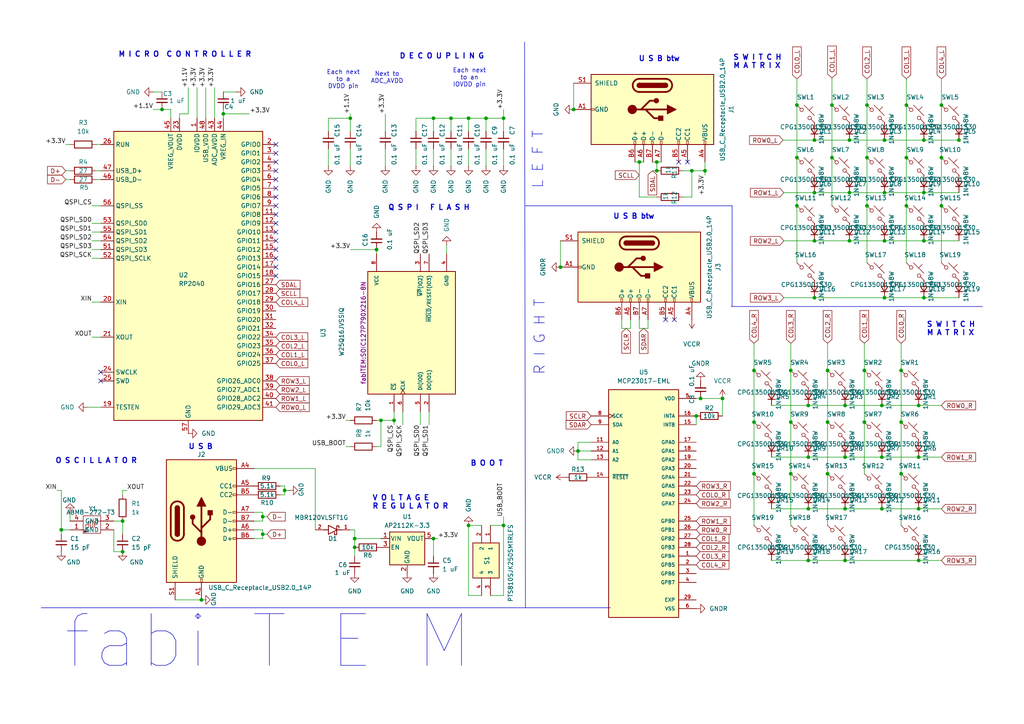
<source format=kicad_sch>
(kicad_sch (version 20231120) (generator "eeschema") (generator_version "8.0")
  (paper "A4")
  (title_block (title "fabiTEM split keyboard") (date "2024-06-17") (rev "0.7") (comment 1 "made by fabilab"))
  (junction (at 278.13 40.64))
  (junction (at 166.37 31.75))
  (junction (at 255.778 117.602))
  (junction (at 203.2 115.57))
  (junction (at 236.22 69.85))
  (junction (at 231.14 45.72))
  (junction (at 251.46 30.48))
  (junction (at 273.05 45.72))
  (junction (at 135.89 152.4))
  (junction (at 231.14 30.48))
  (junction (at 125.73 34.29))
  (junction (at 110.49 121.92))
  (junction (at 245.11 162.56))
  (junction (at 76.2 154.94))
  (junction (at 109.22 72.39))
  (junction (at 240.03 122.428))
  (junction (at 231.14 59.69))
  (junction (at 236.22 86.36))
  (junction (at 102.87 158.75))
  (junction (at 229.362 122.428))
  (junction (at 64.77 33.02))
  (junction (at 255.778 132.588))
  (junction (at 234.442 147.574))
  (junction (at 246.38 40.64))
  (junction (at 273.05 30.48))
  (junction (at 241.3 30.48))
  (junction (at 256.54 40.64))
  (junction (at 46.99 31.75))
  (junction (at 130.81 34.29))
  (junction (at 35.56 160.02))
  (junction (at 234.442 162.56))
  (junction (at 76.2 149.86))
  (junction (at 262.89 59.69))
  (junction (at 218.694 137.414))
  (junction (at 240.03 137.414))
  (junction (at 201.93 120.65))
  (junction (at 82.55 142.24))
  (junction (at 250.698 107.442))
  (junction (at 267.97 69.85))
  (junction (at 267.97 86.36))
  (junction (at 240.03 107.442))
  (junction (at 125.73 156.21))
  (junction (at 256.54 55.88))
  (junction (at 246.38 69.85))
  (junction (at 17.78 153.67))
  (junction (at 162.56 77.47))
  (junction (at 267.97 40.64))
  (junction (at 218.694 107.442))
  (junction (at 234.442 132.588))
  (junction (at 204.47 49.53))
  (junction (at 146.05 34.29))
  (junction (at 167.64 130.81))
  (junction (at 236.22 55.88))
  (junction (at 266.446 147.574))
  (junction (at 245.11 117.602))
  (junction (at 262.89 30.48))
  (junction (at 236.22 40.64))
  (junction (at 245.11 132.588))
  (junction (at 58.42 173.99))
  (junction (at 251.46 59.69))
  (junction (at 267.97 55.88))
  (junction (at 229.362 137.414))
  (junction (at 266.446 132.588))
  (junction (at 35.56 151.13))
  (junction (at 102.87 156.21))
  (junction (at 256.54 86.36))
  (junction (at 246.38 55.88))
  (junction (at 190.5 49.53))
  (junction (at 261.366 122.428))
  (junction (at 256.54 69.85))
  (junction (at 200.66 49.53))
  (junction (at 266.446 162.56))
  (junction (at 266.446 117.602))
  (junction (at 101.6 34.29))
  (junction (at 190.5 46.99))
  (junction (at 241.3 45.72))
  (junction (at 251.46 45.72))
  (junction (at 146.05 152.4))
  (junction (at 250.698 122.428))
  (junction (at 245.11 147.574))
  (junction (at 261.366 137.414))
  (junction (at 140.97 34.29))
  (junction (at 273.05 59.69))
  (junction (at 234.442 117.602))
  (junction (at 261.366 107.442))
  (junction (at 255.778 147.574))
  (junction (at 114.3 121.92))
  (junction (at 185.42 46.99))
  (junction (at 135.89 34.29))
  (junction (at 229.362 107.442))
  (junction (at 209.55 115.57))
  (junction (at 218.694 122.428))
  (junction (at 262.89 45.72))
  (no_connect (at 80.01 59.69))
  (no_connect (at 29.21 110.49))
  (no_connect (at 195.58 92.71))
  (no_connect (at 80.01 52.07))
  (no_connect (at 80.01 44.45))
  (no_connect (at 196.85 46.99))
  (no_connect (at 29.21 107.95))
  (no_connect (at 80.01 72.39))
  (no_connect (at 80.01 74.93))
  (no_connect (at 80.01 67.31))
  (no_connect (at 80.01 69.85))
  (no_connect (at 80.01 54.61))
  (no_connect (at 80.01 77.47))
  (no_connect (at 80.01 49.53))
  (no_connect (at 320.04 3.81))
  (no_connect (at 80.01 41.91))
  (no_connect (at 80.01 80.01))
  (no_connect (at 80.01 64.77))
  (no_connect (at 80.01 46.99))
  (no_connect (at 80.01 57.15))
  (no_connect (at 199.39 46.99))
  (no_connect (at 193.04 92.71))
  (no_connect (at 80.01 62.23))
  (wire (pts (xy 223.774 147.574) (xy 234.442 147.574)))
  (wire (pts (xy 139.7 172.72) (xy 135.89 172.72)))
  (wire (pts (xy 273.05 59.69) (xy 273.05 76.2)))
  (wire (pts (xy 64.77 33.02) (xy 72.39 33.02)))
  (wire (pts (xy 146.05 172.72) (xy 142.24 172.72)))
  (wire (pts (xy 223.774 132.588) (xy 234.442 132.588)))
  (wire (pts (xy 109.22 73.66) (xy 109.22 72.39)))
  (wire (pts (xy 185.42 46.99) (xy 184.15 46.99)))
  (wire (pts (xy 17.78 142.24) (xy 17.78 153.67)))
  (wire (pts (xy 234.442 162.56) (xy 245.11 162.56)))
  (wire (pts (xy 110.49 129.54) (xy 109.22 129.54)))
  (wire (pts (xy 261.366 99.568) (xy 261.366 107.442)))
  (wire (pts (xy 114.3 123.19) (xy 114.3 121.92)))
  (wire (pts (xy 190.5 46.99) (xy 190.5 49.53)))
  (wire (pts (xy 110.49 121.92) (xy 114.3 121.92)))
  (wire (pts (xy 246.38 40.64) (xy 256.54 40.64)))
  (wire (pts (xy 190.5 57.15) (xy 185.42 57.15)))
  (wire (pts (xy 121.92 123.19) (xy 121.92 119.38)))
  (wire (pts (xy 27.94 41.91) (xy 29.21 41.91)))
  (wire (pts (xy 76.2 154.94) (xy 76.2 153.67)))
  (wire (pts (xy 101.6 43.18) (xy 101.6 48.26)))
  (wire (pts (xy 236.22 69.85) (xy 246.38 69.85)))
  (wire (pts (xy 33.02 160.02) (xy 35.56 160.02)))
  (wire (pts (xy 266.446 117.602) (xy 273.05 117.602)))
  (wire (pts (xy 146.05 31.75) (xy 146.05 34.29)))
  (wire (pts (xy 191.77 46.99) (xy 190.5 46.99)))
  (wire (pts (xy 256.54 55.88) (xy 267.97 55.88)))
  (wire (pts (xy 120.65 34.29) (xy 125.73 34.29)))
  (wire (pts (xy 64.77 34.29) (xy 64.77 33.02)))
  (wire (pts (xy 218.694 99.568) (xy 218.694 107.442)))
  (wire (pts (xy 245.11 162.56) (xy 266.446 162.56)))
  (wire (pts (xy 73.66 151.13) (xy 76.2 151.13)))
  (wire (pts (xy 162.56 69.85) (xy 162.56 77.47)))
  (wire (pts (xy 101.6 38.1) (xy 101.6 34.29)))
  (wire (pts (xy 255.778 132.588) (xy 266.446 132.588)))
  (wire (pts (xy 204.47 46.99) (xy 204.47 49.53)))
  (wire (pts (xy 256.54 86.36) (xy 267.97 86.36)))
  (wire (pts (xy 218.694 137.414) (xy 218.694 152.4)))
  (wire (pts (xy 245.11 132.588) (xy 255.778 132.588)))
  (wire (pts (xy 218.694 122.428) (xy 218.694 137.414)))
  (wire (pts (xy 140.97 43.18) (xy 140.97 48.26)))
  (wire (pts (xy 273.05 45.72) (xy 273.05 59.69)))
  (wire (pts (xy 146.05 149.86) (xy 146.05 152.4)))
  (wire (pts (xy 227.33 55.88) (xy 236.22 55.88)))
  (wire (pts (xy 26.67 59.69) (xy 29.21 59.69)))
  (wire (pts (xy 187.96 92.71) (xy 187.96 95.25)))
  (wire (pts (xy 101.6 34.29) (xy 95.25 34.29)))
  (wire (pts (xy 167.64 133.35) (xy 167.64 130.81)))
  (wire (pts (xy 114.3 121.92) (xy 114.3 119.38)))
  (wire (pts (xy 241.3 45.72) (xy 241.3 59.69)))
  (wire (pts (xy 44.45 31.75) (xy 46.99 31.75)))
  (wire (pts (xy 33.02 153.67) (xy 33.02 160.02)))
  (wire (pts (xy 140.97 34.29) (xy 140.97 38.1)))
  (wire (pts (xy 101.6 33.02) (xy 101.6 34.29)))
  (wire (pts (xy 76.2 149.86) (xy 77.47 149.86)))
  (wire (pts (xy 135.89 152.4) (xy 139.7 152.4)))
  (wire (pts (xy 261.366 137.414) (xy 261.366 152.4)))
  (wire (pts (xy 234.442 117.602) (xy 245.11 117.602)))
  (wire (pts (xy 35.56 142.24) (xy 35.56 143.51)))
  (wire (pts (xy 187.96 95.25) (xy 185.42 95.25)))
  (wire (pts (xy 236.22 86.36) (xy 256.54 86.36)))
  (wire (pts (xy 231.14 59.69) (xy 231.14 76.2)))
  (wire (pts (xy 267.97 69.85) (xy 278.13 69.85)))
  (wire (pts (xy 273.05 30.48) (xy 273.05 45.72)))
  (wire (pts (xy 35.56 151.13) (xy 35.56 154.94)))
  (wire (pts (xy 185.42 46.99) (xy 185.42 57.15)))
  (wire (pts (xy 102.87 156.21) (xy 102.87 158.75)))
  (wire (pts (xy 33.02 151.13) (xy 35.56 151.13)))
  (wire (pts (xy 250.698 107.442) (xy 250.698 122.428)))
  (wire (pts (xy 240.03 99.568) (xy 240.03 107.442)))
  (wire (pts (xy 167.64 128.27) (xy 167.64 130.81)))
  (wire (pts (xy 223.774 117.602) (xy 234.442 117.602)))
  (wire (pts (xy 17.78 153.67) (xy 17.78 154.94)))
  (wire (pts (xy 135.89 34.29) (xy 130.81 34.29)))
  (wire (pts (xy 19.05 49.53) (xy 20.32 49.53)))
  (wire (pts (xy 52.07 33.02) (xy 54.61 33.02)))
  (wire (pts (xy 82.55 142.24) (xy 82.55 140.97)))
  (wire (pts (xy 166.37 24.13) (xy 166.37 31.75)))
  (polyline (pts (xy 284.988 88.9) (xy 212.09 88.9)))
  (wire (pts (xy 50.8 173.99) (xy 58.42 173.99)))
  (wire (pts (xy 17.78 153.67) (xy 20.32 153.67)))
  (wire (pts (xy 125.73 43.18) (xy 125.73 48.26)))
  (wire (pts (xy 171.45 128.27) (xy 167.64 128.27)))
  (wire (pts (xy 76.2 156.21) (xy 76.2 154.94)))
  (wire (pts (xy 261.366 107.442) (xy 261.366 122.428)))
  (wire (pts (xy 27.94 52.07) (xy 29.21 52.07)))
  (wire (pts (xy 246.38 69.85) (xy 256.54 69.85)))
  (wire (pts (xy 73.66 135.89) (xy 91.44 135.89)))
  (wire (pts (xy 120.65 34.29) (xy 120.65 38.1)))
  (wire (pts (xy 180.34 92.71) (xy 180.34 95.25)))
  (wire (pts (xy 44.45 26.67) (xy 46.99 26.67)))
  (wire (pts (xy 130.81 34.29) (xy 125.73 34.29)))
  (wire (pts (xy 266.446 132.588) (xy 273.05 132.588)))
  (wire (pts (xy 27.94 49.53) (xy 29.21 49.53)))
  (wire (pts (xy 64.77 26.67) (xy 68.58 26.67)))
  (wire (pts (xy 54.61 25.4) (xy 54.61 33.02)))
  (wire (pts (xy 146.05 152.4) (xy 146.05 172.72)))
  (wire (pts (xy 111.76 43.18) (xy 111.76 48.26)))
  (wire (pts (xy 35.56 142.24) (xy 36.83 142.24)))
  (wire (pts (xy 101.6 72.39) (xy 109.22 72.39)))
  (wire (pts (xy 171.45 133.35) (xy 167.64 133.35)))
  (wire (pts (xy 223.774 162.56) (xy 234.442 162.56)))
  (wire (pts (xy 204.47 49.53) (xy 204.47 50.8)))
  (wire (pts (xy 109.22 121.92) (xy 110.49 121.92)))
  (wire (pts (xy 266.446 162.56) (xy 273.05 162.56)))
  (wire (pts (xy 250.698 122.428) (xy 250.698 137.414)))
  (wire (pts (xy 102.87 156.21) (xy 110.49 156.21)))
  (wire (pts (xy 129.54 73.66) (xy 129.54 71.12)))
  (wire (pts (xy 245.11 147.574) (xy 255.778 147.574)))
  (wire (pts (xy 231.14 22.86) (xy 231.14 30.48)))
  (wire (pts (xy 81.28 143.51) (xy 82.55 143.51)))
  (wire (pts (xy 273.05 22.86) (xy 273.05 30.48)))
  (wire (pts (xy 256.54 69.85) (xy 267.97 69.85)))
  (wire (pts (xy 25.4 118.11) (xy 29.21 118.11)))
  (wire (pts (xy 240.03 122.428) (xy 240.03 137.414)))
  (wire (pts (xy 190.5 46.99) (xy 189.23 46.99)))
  (wire (pts (xy 231.14 45.72) (xy 231.14 59.69)))
  (wire (pts (xy 52.07 34.29) (xy 52.07 33.02)))
  (wire (pts (xy 142.24 152.4) (xy 146.05 152.4)))
  (wire (pts (xy 62.23 25.4) (xy 62.23 34.29)))
  (wire (pts (xy 116.84 123.19) (xy 116.84 119.38)))
  (wire (pts (xy 182.88 95.25) (xy 180.34 95.25)))
  (polyline (pts (xy 212.344 88.9) (xy 212.344 59.69)))
  (wire (pts (xy 262.89 59.69) (xy 262.89 76.2)))
  (wire (pts (xy 262.89 22.86) (xy 262.89 30.48)))
  (wire (pts (xy 203.2 115.57) (xy 201.93 115.57)))
  (wire (pts (xy 140.97 34.29) (xy 135.89 34.29)))
  (wire (pts (xy 111.76 33.02) (xy 111.76 38.1)))
  (wire (pts (xy 204.47 49.53) (xy 200.66 49.53)))
  (wire (pts (xy 229.362 107.442) (xy 229.362 122.428)))
  (wire (pts (xy 250.698 99.568) (xy 250.698 107.442)))
  (wire (pts (xy 26.67 97.79) (xy 29.21 97.79)))
  (wire (pts (xy 124.46 123.19) (xy 124.46 119.38)))
  (polyline (pts (xy 152.4 59.69) (xy 212.344 59.69)))
  (wire (pts (xy 73.66 156.21) (xy 76.2 156.21)))
  (wire (pts (xy 229.362 137.414) (xy 229.362 152.4)))
  (wire (pts (xy 140.97 34.29) (xy 146.05 34.29)))
  (wire (pts (xy 26.67 64.77) (xy 29.21 64.77)))
  (wire (pts (xy 64.77 33.02) (xy 64.77 31.75)))
  (wire (pts (xy 135.89 34.29) (xy 135.89 38.1)))
  (wire (pts (xy 76.2 154.94) (xy 77.47 154.94)))
  (wire (pts (xy 200.66 49.53) (xy 200.66 57.15)))
  (wire (pts (xy 26.67 72.39) (xy 29.21 72.39)))
  (polyline (pts (xy 152.146 12.192) (xy 152.4 176.276)) (stroke (width 0) (type solid)))
  (wire (pts (xy 100.33 129.54) (xy 101.6 129.54)))
  (wire (pts (xy 16.51 142.24) (xy 17.78 142.24)))
  (wire (pts (xy 227.076 40.64) (xy 236.22 40.64)))
  (wire (pts (xy 201.93 120.65) (xy 201.93 123.19)))
  (wire (pts (xy 185.42 92.71) (xy 185.42 95.25)))
  (wire (pts (xy 267.97 40.64) (xy 278.13 40.64)))
  (wire (pts (xy 26.67 74.93) (xy 29.21 74.93)))
  (wire (pts (xy 57.15 25.4) (xy 57.15 34.29)))
  (wire (pts (xy 76.2 148.59) (xy 73.66 148.59)))
  (wire (pts (xy 267.97 55.88) (xy 278.13 55.88)))
  (wire (pts (xy 262.89 45.72) (xy 262.89 59.69)))
  (wire (pts (xy 49.53 34.29) (xy 49.53 31.75)))
  (wire (pts (xy 20.32 148.59) (xy 20.32 151.13)))
  (wire (pts (xy 189.23 49.53) (xy 190.5 49.53)))
  (wire (pts (xy 125.73 156.21) (xy 127 156.21)))
  (wire (pts (xy 19.05 41.91) (xy 20.32 41.91)))
  (wire (pts (xy 251.46 59.69) (xy 251.46 76.2)))
  (wire (pts (xy 102.87 153.67) (xy 102.87 156.21)))
  (wire (pts (xy 100.33 121.92) (xy 101.6 121.92)))
  (wire (pts (xy 209.55 115.57) (xy 209.55 120.65)))
  (wire (pts (xy 95.25 43.18) (xy 95.25 48.26)))
  (polyline (pts (xy 11.938 176.276) (xy 177.038 176.276)) (stroke (width 0) (type solid)))
  (wire (pts (xy 46.99 31.75) (xy 49.53 31.75)))
  (wire (pts (xy 95.25 34.29) (xy 95.25 38.1)))
  (wire (pts (xy 120.65 43.18) (xy 120.65 48.26)))
  (wire (pts (xy 236.22 40.64) (xy 246.38 40.64)))
  (wire (pts (xy 200.66 49.53) (xy 198.12 49.53)))
  (wire (pts (xy 251.46 30.48) (xy 251.46 45.72)))
  (wire (pts (xy 146.05 43.18) (xy 146.05 48.26)))
  (wire (pts (xy 256.54 40.64) (xy 267.97 40.64)))
  (wire (pts (xy 234.442 147.574) (xy 245.11 147.574)))
  (wire (pts (xy 246.38 55.88) (xy 256.54 55.88)))
  (wire (pts (xy 236.22 55.88) (xy 246.38 55.88)))
  (wire (pts (xy 240.03 137.414) (xy 240.03 152.4)))
  (wire (pts (xy 101.6 153.67) (xy 102.87 153.67)))
  (wire (pts (xy 59.69 25.4) (xy 59.69 34.29)))
  (wire (pts (xy 125.73 156.21) (xy 125.73 161.29)))
  (wire (pts (xy 278.13 40.64) (xy 278.384 40.64)))
  (wire (pts (xy 241.3 30.48) (xy 241.3 45.72)))
  (wire (pts (xy 241.3 22.606) (xy 241.3 30.48)))
  (wire (pts (xy 130.81 34.29) (xy 130.81 38.1)))
  (wire (pts (xy 267.97 86.36) (xy 278.13 86.36)))
  (wire (pts (xy 262.89 30.48) (xy 262.89 45.72)))
  (wire (pts (xy 234.442 132.588) (xy 245.11 132.588)))
  (wire (pts (xy 229.362 122.428) (xy 229.362 137.414)))
  (wire (pts (xy 76.2 149.86) (xy 76.2 148.59)))
  (wire (pts (xy 146.05 34.29) (xy 146.05 38.1)))
  (wire (pts (xy 186.69 46.99) (xy 185.42 46.99)))
  (wire (pts (xy 245.11 117.602) (xy 255.778 117.602)))
  (wire (pts (xy 19.05 52.07) (xy 20.32 52.07)))
  (wire (pts (xy 102.87 158.75) (xy 102.87 161.29)))
  (wire (pts (xy 125.73 34.29) (xy 125.73 38.1)))
  (wire (pts (xy 218.694 107.442) (xy 218.694 122.428)))
  (wire (pts (xy 91.44 135.89) (xy 91.44 153.67)))
  (wire (pts (xy 209.55 115.57) (xy 203.2 115.57)))
  (wire (pts (xy 26.67 69.85) (xy 29.21 69.85)))
  (wire (pts (xy 229.362 99.568) (xy 229.362 107.442)))
  (wire (pts (xy 240.03 107.442) (xy 240.03 122.428)))
  (wire (pts (xy 255.778 147.574) (xy 266.446 147.574)))
  (wire (pts (xy 82.55 140.97) (xy 81.28 140.97)))
  (wire (pts (xy 171.45 130.81) (xy 167.64 130.81)))
  (wire (pts (xy 26.67 67.31) (xy 29.21 67.31)))
  (wire (pts (xy 135.89 43.18) (xy 135.89 48.26)))
  (wire (pts (xy 251.46 45.72) (xy 251.46 59.69)))
  (wire (pts (xy 76.2 153.67) (xy 73.66 153.67)))
  (wire (pts (xy 251.46 22.86) (xy 251.46 30.48)))
  (wire (pts (xy 198.12 57.15) (xy 200.66 57.15)))
  (wire (pts (xy 227.33 69.85) (xy 236.22 69.85)))
  (wire (pts (xy 76.2 151.13) (xy 76.2 149.86)))
  (wire (pts (xy 182.88 92.71) (xy 182.88 95.25)))
  (wire (pts (xy 227.33 86.36) (xy 236.22 86.36)))
  (wire (pts (xy 266.446 147.574) (xy 273.05 147.574)))
  (wire (pts (xy 82.55 143.51) (xy 82.55 142.24)))
  (wire (pts (xy 130.81 43.18) (xy 130.81 48.26)))
  (wire (pts (xy 231.14 30.48) (xy 231.14 45.72)))
  (wire (pts (xy 255.778 117.602) (xy 266.446 117.602)))
  (wire (pts (xy 26.67 87.63) (xy 29.21 87.63)))
  (wire (pts (xy 261.366 122.428) (xy 261.366 137.414)))
  (wire (pts (xy 135.89 172.72) (xy 135.89 152.4)))
  (wire (pts (xy 82.55 142.24) (xy 83.82 142.24)))
  (wire (pts (xy 110.49 129.54) (xy 110.49 121.92)))
  (text "Next to\nADC_AVDD" (at 112.268 22.606 0) (effects (font (size 1.27 1.27))))
  (text "Each next\nto an\nIOVDD pin" (at 136.144 22.606 0) (effects (font (size 1.27 1.27))))
  (text "U S B btw" (at 177.8 63.754 0) (effects (font (size 1.5 1.5) (thickness 0.3) (bold yes)) (justify left bottom)))
  (text "Q S P I   F L A S H" (at 112.522 61.214 0) (effects (font (size 1.5 1.5) (thickness 0.3) (bold yes)) (justify left bottom)))
  (text "S W I T C H\nM A T R I X" (at 212.598 20.066 0) (effects (font (size 1.5 1.5) (thickness 0.3) (bold yes)) (justify left bottom)))
  (text "B O O T\n" (at 136.398 135.382 0) (effects (font (size 1.5 1.5) (thickness 0.3) (bold yes)) (justify left bottom)))
  (text "fabi T E M" (at 18.034 195.072 0) (effects (font (size 15 15)) (justify left bottom)))
  (text "S W I T C H\nM A T R I X" (at 268.732 97.536 0) (effects (font (size 1.5 1.5) (thickness 0.3) (bold yes)) (justify left bottom)))
  (text "U S B btw" (at 185.166 18.034 0) (effects (font (size 1.5 1.5) (thickness 0.3) (bold yes)) (justify left bottom)))
  (text "V O L T A G E\nR E G U L A T O R" (at 107.95 147.828 0) (effects (font (size 1.5 1.5) (thickness 0.3) (bold yes)) (justify left bottom)))
  (text "U S B" (at 54.61 130.556 0) (effects (font (size 1.5 1.5) (thickness 0.3) (bold yes)) (justify left bottom)))
  (text "Each next\nto a\nDVDD pin" (at 99.568 23.114 0) (effects (font (size 1.27 1.27))))
  (text "O S C I L L A T O R" (at 16.002 134.62 0) (effects (font (size 1.5 1.5) (thickness 0.3) (bold yes)) (justify left bottom)))
  (text "D E C O U P L I N G" (at 115.824 17.272 0) (effects (font (size 1.5 1.5) (thickness 0.3) (bold yes)) (justify left bottom)))
  (text "R I G H T" (at 158.242 108.966 90) (effects (font (size 3 3)) (justify left bottom)))
  (text "L E F T" (at 157.734 37.846 90) (effects (font (size 3 3)) (justify right bottom)))
  (text "M I C R O  C O N T R O L L E R" (at 34.29 16.764 0) (effects (font (size 1.5 1.5) (thickness 0.3) (bold yes)) (justify left bottom)))
  (label "XOUT" (at 36.83 142.24 0))
  (label "QSPI_SD0" (at 121.92 123.19 270))
  (label "QSPI_SD1" (at 124.46 123.19 270))
  (label "+1.1V" (at 101.6 33.02 90))
  (label "+1.1V" (at 54.61 25.4 90))
  (label "QSPI_SD3" (at 26.67 72.39 180))
  (label "QSPI_SD2" (at 121.92 73.66 90))
  (label "QSPI_SD1" (at 26.67 67.31 180))
  (label "QSPI_SCK" (at 26.67 74.93 180))
  (label "+3.3V" (at 19.05 41.91 180))
  (label "+3.3V" (at 204.47 50.8 270))
  (label "QSPI_CS" (at 114.3 123.19 270))
  (label "XOUT" (at 26.67 97.79 180))
  (label "+3.3V" (at 62.23 25.4 90))
  (label "+3.3V" (at 127 156.21 0))
  (label "+1.1V" (at 44.45 31.75 180))
  (label "+3.3V" (at 101.6 72.39 180))
  (label "QSPI_SD0" (at 26.67 64.77 180))
  (label "QSPI_CS" (at 26.67 59.69 180))
  (label "+3.3V" (at 59.69 25.4 90))
  (label "XIN" (at 16.51 142.24 180))
  (label "+3.3V" (at 57.15 25.4 90))
  (label "QSPI_SD2" (at 26.67 69.85 180))
  (label "USB_BOOT" (at 100.33 129.54 180))
  (label "QSPI_SCK" (at 116.84 123.19 270))
  (label "QSPI_SD3" (at 124.46 73.66 90))
  (label "+3.3V" (at 111.76 33.02 90))
  (label "+3.3V" (at 72.39 33.02 0))
  (label "+3.3V" (at 146.05 31.75 90))
  (label "USB_BOOT" (at 146.05 149.86 90))
  (label "XIN" (at 26.67 87.63 180))
  (label "+3.3V" (at 100.33 121.92 180))
  (global_label "ROW3_R" (shape input) (at 273.05 162.56 0) (property "Intersheetrefs" "${INTERSHEET_REFS}" (effects (hide yes))))
  (global_label "COL3_L" (shape input) (at 262.89 22.86 90) (property "Intersheetrefs" "${INTERSHEET_REFS}" (effects (hide yes))))
  (global_label "COL4_L" (shape input) (at 273.05 22.86 90) (property "Intersheetrefs" "${INTERSHEET_REFS}" (effects (hide yes))))
  (global_label "ROW0_R" (shape input) (at 273.05 117.602 0) (property "Intersheetrefs" "${INTERSHEET_REFS}" (effects (hide yes))))
  (global_label "COL1_L" (shape input) (at 241.3 22.606 90) (property "Intersheetrefs" "${INTERSHEET_REFS}" (effects (hide yes))))
  (global_label "COL2_R" (shape input) (at 240.03 99.568 90) (property "Intersheetrefs" "${INTERSHEET_REFS}" (effects (hide yes))))
  (global_label "SCLR" (shape input) (at 181.61 95.25 270) (property "Intersheetrefs" "${INTERSHEET_REFS}" (effects (hide yes))))
  (global_label "SCLL" (shape input) (at 185.42 50.8 180) (property "Intersheetrefs" "${INTERSHEET_REFS}" (effects (hide yes))))
  (global_label "ROW0_R" (shape input) (at 201.93 153.67 0) (property "Intersheetrefs" "${INTERSHEET_REFS}" (effects (hide yes))))
  (global_label "COL0_R" (shape input) (at 201.93 143.51 0) (property "Intersheetrefs" "${INTERSHEET_REFS}" (effects (hide yes))))
  (global_label "COL4_R" (shape input) (at 201.93 163.83 0) (property "Intersheetrefs" "${INTERSHEET_REFS}" (effects (hide yes))))
  (global_label "SCLR" (shape input) (at 171.45 120.65 180) (property "Intersheetrefs" "${INTERSHEET_REFS}" (effects (hide yes))))
  (global_label "ROW3_L" (shape input) (at 227.33 86.36 180) (property "Intersheetrefs" "${INTERSHEET_REFS}" (effects (hide yes))))
  (global_label "SDAR" (shape input) (at 186.69 95.25 270) (property "Intersheetrefs" "${INTERSHEET_REFS}" (effects (hide yes))))
  (global_label "COL1_R" (shape input) (at 201.93 156.21 0) (property "Intersheetrefs" "${INTERSHEET_REFS}" (effects (hide yes))))
  (global_label "ROW3_R" (shape input) (at 201.93 140.97 0) (property "Intersheetrefs" "${INTERSHEET_REFS}" (effects (hide yes))))
  (global_label "ROW0_L" (shape input) (at 227.076 40.64 180) (property "Intersheetrefs" "${INTERSHEET_REFS}" (effects (hide yes))))
  (global_label "ROW1_R" (shape input) (at 273.05 132.588 0) (property "Intersheetrefs" "${INTERSHEET_REFS}" (effects (hide yes))))
  (global_label "SDAR" (shape input) (at 171.45 123.19 180) (property "Intersheetrefs" "${INTERSHEET_REFS}" (effects (hide yes))))
  (global_label "D-" (shape input) (at 77.47 149.86 0) (property "Intersheetrefs" "${INTERSHEET_REFS}" (effects (hide yes))))
  (global_label "COL0_L" (shape input) (at 231.14 22.86 90) (property "Intersheetrefs" "${INTERSHEET_REFS}" (effects (hide yes))))
  (global_label "ROW3_L" (shape input) (at 80.01 110.49 0) (property "Intersheetrefs" "${INTERSHEET_REFS}" (effects (hide yes))))
  (global_label "COL3_R" (shape input) (at 201.93 161.29 0) (property "Intersheetrefs" "${INTERSHEET_REFS}" (effects (hide yes))))
  (global_label "D+" (shape input) (at 77.47 154.94 0) (property "Intersheetrefs" "${INTERSHEET_REFS}" (effects (hide yes))))
  (global_label "COL4_R" (shape input) (at 218.694 99.568 90) (property "Intersheetrefs" "${INTERSHEET_REFS}" (effects (hide yes))))
  (global_label "COL3_R" (shape input) (at 229.362 99.568 90) (property "Intersheetrefs" "${INTERSHEET_REFS}" (effects (hide yes))))
  (global_label "ROW1_L" (shape input) (at 227.33 55.88 180) (property "Intersheetrefs" "${INTERSHEET_REFS}" (effects (hide yes))))
  (global_label "ROW2_L" (shape input) (at 80.01 113.03 0) (property "Intersheetrefs" "${INTERSHEET_REFS}" (effects (hide yes))))
  (global_label "COL2_R" (shape input) (at 201.93 158.75 0) (property "Intersheetrefs" "${INTERSHEET_REFS}" (effects (hide yes))))
  (global_label "SCLL" (shape input) (at 80.01 85.09 0) (property "Intersheetrefs" "${INTERSHEET_REFS}" (effects (hide yes))))
  (global_label "ROW1_L" (shape input) (at 80.01 115.57 0) (property "Intersheetrefs" "${INTERSHEET_REFS}" (effects (hide yes))))
  (global_label "COL1_R" (shape input) (at 250.698 99.568 90) (property "Intersheetrefs" "${INTERSHEET_REFS}" (effects (hide yes))))
  (global_label "D-" (shape input) (at 19.05 52.07 180) (property "Intersheetrefs" "${INTERSHEET_REFS}" (effects (hide yes))))
  (global_label "COL0_L" (shape input) (at 80.01 105.41 0) (property "Intersheetrefs" "${INTERSHEET_REFS}" (effects (hide yes))))
  (global_label "COL2_L" (shape input) (at 80.01 100.33 0) (property "Intersheetrefs" "${INTERSHEET_REFS}" (effects (hide yes))))
  (global_label "ROW1_R" (shape input) (at 201.93 151.13 0) (property "Intersheetrefs" "${INTERSHEET_REFS}" (effects (hide yes))))
  (global_label "SDAL" (shape input) (at 189.23 49.53 270) (property "Intersheetrefs" "${INTERSHEET_REFS}" (effects (hide yes))))
  (global_label "ROW2_R" (shape input) (at 273.05 147.574 0) (property "Intersheetrefs" "${INTERSHEET_REFS}" (effects (hide yes))))
  (global_label "SDAL" (shape input) (at 80.01 82.55 0) (property "Intersheetrefs" "${INTERSHEET_REFS}" (effects (hide yes))))
  (global_label "COL0_R" (shape input) (at 261.366 99.568 90) (property "Intersheetrefs" "${INTERSHEET_REFS}" (effects (hide yes))))
  (global_label "COL3_L" (shape input) (at 80.01 97.79 0) (property "Intersheetrefs" "${INTERSHEET_REFS}" (effects (hide yes))))
  (global_label "COL2_L" (shape input) (at 251.46 22.86 90) (property "Intersheetrefs" "${INTERSHEET_REFS}" (effects (hide yes))))
  (global_label "D+" (shape input) (at 19.05 49.53 180) (property "Intersheetrefs" "${INTERSHEET_REFS}" (effects (hide yes))))
  (global_label "ROW2_L" (shape input) (at 227.33 69.85 180) (property "Intersheetrefs" "${INTERSHEET_REFS}" (effects (hide yes))))
  (global_label "COL4_L" (shape input) (at 80.01 87.63 0) (property "Intersheetrefs" "${INTERSHEET_REFS}" (effects (hide yes))))
  (global_label "ROW0_L" (shape input) (at 80.01 118.11 0) (property "Intersheetrefs" "${INTERSHEET_REFS}" (effects (hide yes))))
  (global_label "COL1_L" (shape input) (at 80.01 102.87 0) (property "Intersheetrefs" "${INTERSHEET_REFS}" (effects (hide yes))))
  (global_label "ROW2_R" (shape input) (at 201.93 146.05 0) (property "Intersheetrefs" "${INTERSHEET_REFS}" (effects (hide yes))))
  (symbol (lib_name "D_Small_25") (lib_id "fabiTEM:D_Small") (at 278.13 83.82 90) (unit 1)
    (property "Reference" "DL19" (at 279.4 83.82 90) (effects (justify right)))
    (property "Value" "1N4148W" (at 280.162 87.63 0) (effects (justify left)))
    (property "Footprint" "fabiTEM:Diode_SOD123" (effects (hide yes)))
    (property "Description" "100V 0.15A Fast Switching Diode, SOD-123" (effects (hide yes)))
    (property "Sim.Device" "D" (effects (hide yes)))
    (property "Sim.Pins" "1=K 2=A" (effects (hide yes)))
  )
  (symbol (lib_id "fabiTEM:SW_Push_45deg") (at 253.238 109.982 0) (unit 1)
    (property "Reference" "SWR2" (at 253.238 105.156 0))
    (property "Value" "CPG135001S30" (at 253.238 113.792 0))
    (property "Footprint" "fabiTEM:Kailh_socket_PG1350_reverse" (effects (hide yes)))
    (property "Description" "Push button switch, normally open, two pins, 45° tilted" (effects (hide yes)))
  )
  (symbol (lib_id "MCP23017-EML:MCP23017-EML") (at 186.69 146.05 0) (unit 1)
    (property "Reference" "U5" (at 186.69 107.95 0))
    (property "Value" "MCP23017-EML" (at 186.69 110.49 0))
    (property "Footprint" "fabiTEM:QFN65P600X600X100-29N" (effects (hide yes)))
    (property "MF" "Microchip" (effects (hide yes)))
    (property "MAXIMUM_PACKAGE_HEIGHT" "1.00 mm" (effects (hide yes)))
    (property "Package" "QFN-28 Microchip" (effects (hide yes)))
    (property "Price" "None" (effects (hide yes)))
    (property "Check_prices" "https://www.snapeda.com/parts/MCP23017-E/ML/Microchip/view-part/?ref=eda" (effects (hide yes)))
    (property "STANDARD" "IPC-7351B" (effects (hide yes)))
    (property "PARTREV" "C" (effects (hide yes)))
    (property "SnapEDA_Link" "https://www.snapeda.com/parts/MCP23017-E/ML/Microchip/view-part/?ref=snap" (effects (hide yes)))
    (property "MP" "MCP23017-E/ML" (effects (hide yes)))
    (property "Purchase-URL" "https://www.snapeda.com/api/url_track_click_mouser/?unipart_id=48847&manufacturer=Microchip&part_name=MCP23017-E/ML&search_term=mcp23017" (effects (hide yes)))
    (property "Description_1" "\nMicrochip MCP23017-E/ML I/O Expander, 28-Pin QFN | Microchip Technology Inc. MCP23017-E/ML\n" (effects (hide yes)))
    (property "Availability" "In Stock" (effects (hide yes)))
    (property "MANUFACTURER" "Microchip Technology Inc." (effects (hide yes)))
  )
  (symbol (lib_id "fabiTEM:SW_Push_45deg") (at 254 78.74 0) (unit 1)
    (property "Reference" "SWL17" (at 254 73.914 0))
    (property "Value" "CPG135001S30" (at 254 82.55 0))
    (property "Footprint" "fabiTEM:Kailh_socket_PG1350_reverse" (effects (hide yes)))
    (property "Description" "Push button switch, normally open, two pins, 45° tilted" (effects (hide yes)))
  )
  (symbol (lib_id "power:GND") (at 129.54 71.12 180) (unit 1)
    (property "Reference" "#PWR020" (effects (hide yes)))
    (property "Value" "GND" (at 129.5399 67.31 90) (effects (justify right)))
    (property "Description" "Power symbol creates a global label with name \"GND\" , ground" (effects (hide yes)))
  )
  (symbol (lib_id "fabiTEM:SW_Push_45deg") (at 233.68 78.74 0) (unit 1)
    (property "Reference" "SWL16" (at 233.68 73.914 0))
    (property "Value" "CPG135001S30" (at 233.934 82.55 0))
    (property "Footprint" "fabiTEM:Kailh_socket_PG1350_reverse" (effects (hide yes)))
    (property "Description" "Push button switch, normally open, two pins, 45° tilted" (effects (hide yes)))
  )
  (symbol (lib_id "power:VBUS") (at 163.83 138.43 90) (unit 1)
    (property "Reference" "#PWR032" (effects (hide yes)))
    (property "Value" "VCCR" (at 160.02 138.4299 90) (effects (justify left)))
    (property "Description" "Power symbol creates a global label with name \"VBUS\"" (effects (hide yes)))
  )
  (symbol (lib_id "fabiTEM:SW_Push_45deg") (at 263.906 154.94 0) (unit 1)
    (property "Reference" "SWR16" (at 263.906 150.114 0))
    (property "Value" "CPG135001S30" (at 263.906 158.75 0))
    (property "Footprint" "fabiTEM:Kailh_socket_PG1350_reverse" (effects (hide yes)))
    (property "Description" "Push button switch, normally open, two pins, 45° tilted" (effects (hide yes)))
  )
  (symbol (lib_id "Device:C_Small") (at 120.65 40.64 0) (unit 1)
    (property "Reference" "C17" (at 123.19 37.846 90))
    (property "Value" "0.1 uF" (at 123.19 44.704 90))
    (property "Footprint" "Capacitor_SMD:C_0201_0603Metric" (effects (hide yes)))
    (property "Description" "Unpolarized capacitor, small symbol" (effects (hide yes)))
  )
  (symbol (lib_id "fabiTEM:SW_Push_45deg") (at 265.43 33.02 0) (unit 1)
    (property "Reference" "SWL4" (at 265.43 28.194 0))
    (property "Value" "CPG135001S30" (at 265.43 36.83 0))
    (property "Footprint" "fabiTEM:Kailh_socket_PG1350_reverse" (effects (hide yes)))
    (property "Description" "Push button switch, normally open, two pins, 45° tilted" (effects (hide yes)))
  )
  (symbol (lib_id "Device:C_Small") (at 46.99 29.21 0) (unit 1)
    (property "Reference" "C3" (at 47.244 27.178 0) (effects (justify left)))
    (property "Value" "1 uF" (at 49.022 29.21 0) (effects (justify left)))
    (property "Footprint" "Capacitor_SMD:C_0201_0603Metric" (effects (hide yes)))
    (property "Description" "Unpolarized capacitor, small symbol" (effects (hide yes)))
  )
  (symbol (lib_name "D_Small_15") (lib_id "fabiTEM:D_Small") (at 266.446 130.048 90) (unit 1)
    (property "Reference" "DR6" (at 267.716 130.048 90) (effects (justify right)))
    (property "Value" "1N4148W" (at 268.478 133.858 0) (effects (justify left)))
    (property "Footprint" "fabiTEM:Diode_SOD123" (effects (hide yes)))
    (property "Description" "100V 0.15A Fast Switching Diode, SOD-123" (effects (hide yes)))
    (property "Sim.Device" "D" (effects (hide yes)))
    (property "Sim.Pins" "1=K 2=A" (effects (hide yes)))
  )
  (symbol (lib_id "power:GND") (at 135.89 48.26 0) (unit 1)
    (property "Reference" "#PWR014" (effects (hide yes)))
    (property "Value" "GND" (at 135.8901 52.07 90) (effects (justify right)))
    (property "Description" "Power symbol creates a global label with name \"GND\" , ground" (effects (hide yes)))
  )
  (symbol (lib_id "power:GND") (at 101.6 48.26 0) (unit 1)
    (property "Reference" "#PWR018" (effects (hide yes)))
    (property "Value" "GND" (at 101.6001 52.07 90) (effects (justify right)))
    (property "Description" "Power symbol creates a global label with name \"GND\" , ground" (effects (hide yes)))
  )
  (symbol (lib_id "fabiTEM:SW_Push_45deg") (at 242.57 109.982 0) (unit 1)
    (property "Reference" "SWR3" (at 242.57 105.156 0))
    (property "Value" "CPG135001S30" (at 242.57 113.792 0))
    (property "Footprint" "fabiTEM:Kailh_socket_PG1350_reverse" (effects (hide yes)))
    (property "Description" "Push button switch, normally open, two pins, 45° tilted" (effects (hide yes)))
  )
  (symbol (lib_id "Device:R") (at 77.47 143.51 90) (unit 1)
    (property "Reference" "R10" (at 77.47 145.796 90))
    (property "Value" "5.1k" (at 77.47 143.51 90))
    (property "Footprint" "Resistor_SMD:R_0201_0603Metric" (effects (hide yes)))
    (property "Description" "Resistor" (effects (hide yes)))
  )
  (symbol (lib_id "fabiTEM:SW_Push_45deg") (at 254 33.02 0) (unit 1)
    (property "Reference" "SWL3" (at 254 28.194 0))
    (property "Value" "CPG135001S30" (at 254 36.83 0))
    (property "Footprint" "fabiTEM:Kailh_socket_PG1350_reverse" (effects (hide yes)))
    (property "Description" "Push button switch, normally open, two pins, 45° tilted" (effects (hide yes)))
  )
  (symbol (lib_id "Device:C_Small") (at 140.97 40.64 0) (unit 1)
    (property "Reference" "C9" (at 143.51 37.846 90))
    (property "Value" "0.1 uF" (at 143.51 44.704 90))
    (property "Footprint" "Capacitor_SMD:C_0201_0603Metric" (effects (hide yes)))
    (property "Description" "Unpolarized capacitor, small symbol" (effects (hide yes)))
  )
  (symbol (lib_name "D_Small_6") (lib_id "fabiTEM:D_Small") (at 223.774 115.062 90) (unit 1)
    (property "Reference" "DR5" (at 225.044 115.062 90) (effects (justify right)))
    (property "Value" "1N4148W" (at 225.806 118.872 0) (effects (justify left)))
    (property "Footprint" "fabiTEM:Diode_SOD123" (effects (hide yes)))
    (property "Description" "100V 0.15A Fast Switching Diode, SOD-123" (effects (hide yes)))
    (property "Sim.Device" "D" (effects (hide yes)))
    (property "Sim.Pins" "1=K 2=A" (effects (hide yes)))
  )
  (symbol (lib_id "power:GND") (at 203.2 110.49 180) (unit 1)
    (property "Reference" "#PWR025" (effects (hide yes)))
    (property "Value" "GNDR" (at 203.2 105.41 0))
    (property "Description" "Power symbol creates a global label with name \"GND\" , ground" (effects (hide yes)))
  )
  (symbol (lib_id "power:GND") (at 130.81 48.26 0) (unit 1)
    (property "Reference" "#PWR015" (effects (hide yes)))
    (property "Value" "GND" (at 130.8101 52.07 90) (effects (justify right)))
    (property "Description" "Power symbol creates a global label with name \"GND\" , ground" (effects (hide yes)))
  )
  (symbol (lib_id "Device:C_Small") (at 111.76 40.64 0) (unit 1)
    (property "Reference" "C13" (at 114.3 37.846 90))
    (property "Value" "0.1 uF" (at 114.3 44.704 90))
    (property "Footprint" "Capacitor_SMD:C_0201_0603Metric" (effects (hide yes)))
    (property "Description" "Unpolarized capacitor, small symbol" (effects (hide yes)))
  )
  (symbol (lib_id "fabiTEM:SW_Push_45deg") (at 221.234 124.968 0) (unit 1)
    (property "Reference" "SWR10" (at 221.234 120.142 0))
    (property "Value" "CPG135001S30" (at 221.234 128.778 0))
    (property "Footprint" "fabiTEM:Kailh_socket_PG1350_reverse" (effects (hide yes)))
    (property "Description" "Push button switch, normally open, two pins, 45° tilted" (effects (hide yes)))
  )
  (symbol (lib_id "fabiTEM:SW_Push_45deg") (at 253.238 139.954 0) (unit 1)
    (property "Reference" "SWR12" (at 253.238 135.128 0))
    (property "Value" "CPG135001S30" (at 253.238 143.764 0))
    (property "Footprint" "fabiTEM:Kailh_socket_PG1350_reverse" (effects (hide yes)))
    (property "Description" "Push button switch, normally open, two pins, 45° tilted" (effects (hide yes)))
  )
  (symbol (lib_id "power:GND") (at 135.89 152.4 180) (unit 1)
    (property "Reference" "#PWR022" (effects (hide yes)))
    (property "Value" "GND" (at 135.8901 148.59 90) (effects (justify right)))
    (property "Description" "Power symbol creates a global label with name \"GND\" , ground" (effects (hide yes)))
  )
  (symbol (lib_id "fabiTEM:SW_Push_45deg") (at 242.57 124.968 0) (unit 1)
    (property "Reference" "SWR8" (at 242.57 120.142 0))
    (property "Value" "CPG135001S30" (at 242.57 128.778 0))
    (property "Footprint" "fabiTEM:Kailh_socket_PG1350_reverse" (effects (hide yes)))
    (property "Description" "Push button switch, normally open, two pins, 45° tilted" (effects (hide yes)))
  )
  (symbol (lib_id "fabiTEM:SW_Push_45deg") (at 243.84 48.26 0) (unit 1)
    (property "Reference" "SWL7" (at 243.84 43.434 0))
    (property "Value" "CPG135001S30" (at 243.84 52.07 0))
    (property "Footprint" "fabiTEM:Kailh_socket_PG1350_reverse" (effects (hide yes)))
    (property "Description" "Push button switch, normally open, two pins, 45° tilted" (effects (hide yes)))
  )
  (symbol (lib_name "D_Small_17") (lib_id "fabiTEM:D_Small") (at 234.442 145.034 90) (unit 1)
    (property "Reference" "DR14" (at 235.712 145.034 90) (effects (justify right)))
    (property "Value" "1N4148W" (at 236.474 148.844 0) (effects (justify left)))
    (property "Footprint" "fabiTEM:Diode_SOD123" (effects (hide yes)))
    (property "Description" "100V 0.15A Fast Switching Diode, SOD-123" (effects (hide yes)))
    (property "Sim.Device" "D" (effects (hide yes)))
    (property "Sim.Pins" "1=K 2=A" (effects (hide yes)))
  )
  (symbol (lib_id "power:GND") (at 120.65 48.26 0) (unit 1)
    (property "Reference" "#PWR031" (effects (hide yes)))
    (property "Value" "GND" (at 120.6501 52.07 90) (effects (justify right)))
    (property "Description" "Power symbol creates a global label with name \"GND\" , ground" (effects (hide yes)))
  )
  (symbol (lib_id "fabiTEM:SW_Push_45deg") (at 242.57 139.954 0) (unit 1)
    (property "Reference" "SWR13" (at 242.57 135.128 0))
    (property "Value" "CPG135001S30" (at 242.57 143.764 0))
    (property "Footprint" "fabiTEM:Kailh_socket_PG1350_reverse" (effects (hide yes)))
    (property "Description" "Push button switch, normally open, two pins, 45° tilted" (effects (hide yes)))
  )
  (symbol (lib_name "D_Small_1") (lib_id "fabiTEM:D_Small") (at 236.22 38.1 90) (unit 1)
    (property "Reference" "DL1" (at 237.49 38.1 90) (effects (justify right)))
    (property "Value" "1N4148W" (at 238.252 41.91 0) (effects (justify left)))
    (property "Footprint" "fabiTEM:Diode_SOD123" (effects (hide yes)))
    (property "Description" "100V 0.15A Fast Switching Diode, SOD-123" (effects (hide yes)))
    (property "Sim.Device" "D" (effects (hide yes)))
    (property "Sim.Pins" "1=K 2=A" (effects (hide yes)))
  )
  (symbol (lib_name "D_Small_23") (lib_id "fabiTEM:D_Small") (at 266.446 160.02 90) (unit 1)
    (property "Reference" "DR16" (at 267.716 160.02 90) (effects (justify right)))
    (property "Value" "1N4148W" (at 268.478 163.83 0) (effects (justify left)))
    (property "Footprint" "fabiTEM:Diode_SOD123" (effects (hide yes)))
    (property "Description" "100V 0.15A Fast Switching Diode, SOD-123" (effects (hide yes)))
    (property "Sim.Device" "D" (effects (hide yes)))
    (property "Sim.Pins" "1=K 2=A" (effects (hide yes)))
  )
  (symbol (lib_id "power:GND") (at 140.97 48.26 0) (unit 1)
    (property "Reference" "#PWR013" (effects (hide yes)))
    (property "Value" "GND" (at 140.9701 52.07 90) (effects (justify right)))
    (property "Description" "Power symbol creates a global label with name \"GND\" , ground" (effects (hide yes)))
  )
  (symbol (lib_id "power:GND") (at 83.82 142.24 90) (unit 1)
    (property "Reference" "#PWR012" (effects (hide yes)))
    (property "Value" "GND" (at 87.376 141.986 0))
    (property "Description" "Power symbol creates a global label with name \"GND\" , ground" (effects (hide yes)))
  )
  (symbol (lib_id "fabiTEM:SW_Push_45deg") (at 221.234 109.982 0) (unit 1)
    (property "Reference" "SWR5" (at 221.234 105.156 0))
    (property "Value" "CPG135001S30" (at 221.234 113.792 0))
    (property "Footprint" "fabiTEM:Kailh_socket_PG1350_reverse" (effects (hide yes)))
    (property "Description" "Push button switch, normally open, two pins, 45° tilted" (effects (hide yes)))
  )
  (symbol (lib_id "Device:R") (at 77.47 140.97 90) (unit 1)
    (property "Reference" "R9" (at 77.216 138.684 90))
    (property "Value" "5.1k" (at 77.47 140.97 90))
    (property "Footprint" "Resistor_SMD:R_0201_0603Metric" (effects (hide yes)))
    (property "Description" "Resistor" (effects (hide yes)))
  )
  (symbol (lib_id "power:GND") (at 102.87 166.37 0) (unit 1)
    (property "Reference" "#PWR010" (effects (hide yes)))
    (property "Value" "GND" (at 102.87 171.45 0))
    (property "Description" "Power symbol creates a global label with name \"GND\" , ground" (effects (hide yes)))
  )
  (symbol (lib_name "D_Small_2") (lib_id "fabiTEM:D_Small") (at 246.38 38.1 90) (unit 1)
    (property "Reference" "DL2" (at 247.65 38.1 90) (effects (justify right)))
    (property "Value" "1N4148W" (at 248.412 41.91 0) (effects (justify left)))
    (property "Footprint" "fabiTEM:Diode_SOD123" (effects (hide yes)))
    (property "Description" "100V 0.15A Fast Switching Diode, SOD-123" (effects (hide yes)))
    (property "Sim.Device" "D" (effects (hide yes)))
    (property "Sim.Pins" "1=K 2=A" (effects (hide yes)))
  )
  (symbol (lib_id "power:GND") (at 58.42 173.99 90) (unit 1)
    (property "Reference" "#PWR07" (effects (hide yes)))
    (property "Value" "GND" (at 61.976 173.736 0))
    (property "Description" "Power symbol creates a global label with name \"GND\" , ground" (effects (hide yes)))
  )
  (symbol (lib_id "fabiTEM:SW_Push_45deg") (at 254 48.26 0) (unit 1)
    (property "Reference" "SWL8" (at 254 43.434 0))
    (property "Value" "CPG135001S30" (at 254 52.07 0))
    (property "Footprint" "fabiTEM:Kailh_socket_PG1350_reverse" (effects (hide yes)))
    (property "Description" "Push button switch, normally open, two pins, 45° tilted" (effects (hide yes)))
  )
  (symbol (lib_id "fabiTEM:SW_Push_45deg") (at 265.43 62.23 0) (unit 1)
    (property "Reference" "SWL14" (at 265.43 57.404 0))
    (property "Value" "CPG135001S30" (at 265.43 66.04 0))
    (property "Footprint" "fabiTEM:Kailh_socket_PG1350_reverse" (effects (hide yes)))
    (property "Description" "Push button switch, normally open, two pins, 45° tilted" (effects (hide yes)))
  )
  (symbol (lib_id "fabiTEM:D_Small") (at 267.97 67.31 90) (unit 1)
    (property "Reference" "DL14" (at 269.24 67.31 90) (effects (justify right)))
    (property "Value" "1N4148W" (at 270.002 71.12 0) (effects (justify left)))
    (property "Footprint" "fabiTEM:Diode_SOD123" (effects (hide yes)))
    (property "Description" "100V 0.15A Fast Switching Diode, SOD-123" (effects (hide yes)))
    (property "Sim.Device" "D" (effects (hide yes)))
    (property "Sim.Pins" "1=K 2=A" (effects (hide yes)))
  )
  (symbol (lib_id "Device:C_Small") (at 95.25 40.64 0) (unit 1)
    (property "Reference" "C15" (at 97.79 37.846 90))
    (property "Value" "0.1 uF" (at 97.79 44.704 90))
    (property "Footprint" "Capacitor_SMD:C_0201_0603Metric" (effects (hide yes)))
    (property "Description" "Unpolarized capacitor, small symbol" (effects (hide yes)))
  )
  (symbol (lib_name "D_Small_16") (lib_id "fabiTEM:D_Small") (at 223.774 145.034 90) (unit 1)
    (property "Reference" "DR15" (at 225.044 145.034 90) (effects (justify right)))
    (property "Value" "1N4148W" (at 225.806 148.844 0) (effects (justify left)))
    (property "Footprint" "fabiTEM:Diode_SOD123" (effects (hide yes)))
    (property "Description" "100V 0.15A Fast Switching Diode, SOD-123" (effects (hide yes)))
    (property "Sim.Device" "D" (effects (hide yes)))
    (property "Sim.Pins" "1=K 2=A" (effects (hide yes)))
  )
  (symbol (lib_id "fabiTEM:SW_Push_45deg") (at 275.59 78.74 0) (unit 1)
    (property "Reference" "SWL19" (at 275.59 73.914 0))
    (property "Value" "CPG135001S30" (at 275.59 82.55 0))
    (property "Footprint" "fabiTEM:Kailh_socket_PG1350_reverse" (effects (hide yes)))
    (property "Description" "Push button switch, normally open, two pins, 45° tilted" (effects (hide yes)))
  )
  (symbol (lib_id "fabiTEM:SW_Push_45deg") (at 221.234 154.94 0) (unit 1)
    (property "Reference" "SWR19" (at 221.234 150.114 0))
    (property "Value" "CPG135001S30" (at 221.234 158.75 0))
    (property "Footprint" "fabiTEM:Kailh_socket_PG1350_reverse" (effects (hide yes)))
    (property "Description" "Push button switch, normally open, two pins, 45° tilted" (effects (hide yes)))
  )
  (symbol (lib_id "PTS810SJK250SMTRLFS:PTS810SJK250SMTRLFS") (at 142.24 152.4 270) (unit 1)
    (property "Reference" "S1" (at 141.224 162.56 0))
    (property "Value" "PTS810SJK250SMTRLFS" (at 148.082 163.322 0))
    (property "Footprint" "fabiTEM:PTS810SJG250SMTRLFS" (effects (hide yes)))
    (property "Description" "IP40 Black Button Tactile Switch, SPST-NO 50 mA 3mm Surface Mount" (effects (hide yes)))
    (property "MANUFACTURER_NAME" "C & K COMPONENTS" (effects (hide yes)))
    (property "MF" "C&K" (effects (hide yes)))
    (property "RS_PRICE-STOCK" "http://uk.rs-online.com/web/p/products/1359396P" (effects (hide yes)))
    (property "RS_PART_NUMBER" "1359396P" (effects (hide yes)))
    (property "Price" "None" (effects (hide yes)))
    (property "Package" "None" (effects (hide yes)))
    (property "Check_prices" "https://www.snapeda.com/parts/PTS810%20SJK%20250%20SMTR%20LFS/C%2526K/view-part/?ref=eda" (effects (hide yes)))
    (property "HEIGHT" "mm" (effects (hide yes)))
    (property "SnapEDA_Link" "https://www.snapeda.com/parts/PTS810%20SJK%20250%20SMTR%20LFS/C%2526K/view-part/?ref=snap" (effects (hide yes)))
    (property "MP" "PTS810 SJK 250 SMTR LFS" (effects (hide yes)))
    (property "Description_1" "\nTactile Switch SPST-NO Top Actuated Surface Mount\n" (effects (hide yes)))
    (property "Availability" "In Stock" (effects (hide yes)))
    (property "MANUFACTURER_PART_NUMBER" "PTS810SJK250SMTRLFS" (effects (hide yes)))
  )
  (symbol (lib_id "fabiTEM:SW_Push_45deg") (at 242.57 154.94 0) (unit 1)
    (property "Reference" "SWR17" (at 242.57 150.114 0))
    (property "Value" "CPG135001S30" (at 242.57 158.75 0))
    (property "Footprint" "fabiTEM:Kailh_socket_PG1350_reverse" (effects (hide yes)))
    (property "Description" "Push button switch, normally open, two pins, 45° tilted" (effects (hide yes)))
  )
  (symbol (lib_id "fabiTEM:USB_C_Receptacle_USB2.0_14P") (at 189.23 31.75 270) (unit 1)
    (property "Reference" "J1" (at 212.09 31.75 0))
    (property "Value" "USB_C_Receptacle_USB2.0_14P" (at 209.55 31.75 0))
    (property "Footprint" "fabiTEM:USB_C_Receptacle_GCT_USB4105-xx-A_16P_TopMnt_Horizontal" (effects (hide yes)))
    (property "Datasheet" "https://www.usb.org/sites/default/files/documents/usb_type-c.zip" (effects (hide yes)))
    (property "Description" "USB 2.0-only 14P Type-C Receptacle connector" (effects (hide yes)))
  )
  (symbol (lib_id "fabiTEM:SW_Push_45deg") (at 253.238 124.968 0) (unit 1)
    (property "Reference" "SWR7" (at 253.238 120.142 0))
    (property "Value" "CPG135001S30" (at 253.238 128.778 0))
    (property "Footprint" "fabiTEM:Kailh_socket_PG1350_reverse" (effects (hide yes)))
    (property "Description" "Push button switch, normally open, two pins, 45° tilted" (effects (hide yes)))
  )
  (symbol (lib_id "Device:R") (at 194.31 49.53 270) (unit 1)
    (property "Reference" "R11" (at 195.58 48.006 0) (effects (justify left)))
    (property "Value" "1k" (at 193.802 48.006 0) (effects (justify left)))
    (property "Footprint" "Resistor_SMD:R_0201_0603Metric" (effects (hide yes)))
    (property "Description" "Resistor" (effects (hide yes)))
  )
  (symbol (lib_id "fabiTEM:SW_Push_45deg") (at 233.68 33.02 0) (unit 1)
    (property "Reference" "SWL1" (at 233.68 28.194 0))
    (property "Value" "CPG135001S30" (at 233.68 36.83 0))
    (property "Footprint" "fabiTEM:Kailh_socket_PG1350_reverse" (effects (hide yes)))
    (property "Description" "Push button switch, normally open, two pins, 45° tilted" (effects (hide yes)))
  )
  (symbol (lib_id "power:GND") (at 167.64 130.81 270) (unit 1)
    (property "Reference" "#PWR026" (effects (hide yes)))
    (property "Value" "GNDR" (at 163.83 130.8101 90) (effects (justify right)))
    (property "Description" "Power symbol creates a global label with name \"GND\" , ground" (effects (hide yes)))
  )
  (symbol (lib_id "power:GND") (at 118.11 166.37 0) (unit 1)
    (property "Reference" "#PWR08" (effects (hide yes)))
    (property "Value" "GND" (at 118.11 171.45 0))
    (property "Description" "Power symbol creates a global label with name \"GND\" , ground" (effects (hide yes)))
  )
  (symbol (lib_name "D_Small_5") (lib_id "fabiTEM:D_Small") (at 278.13 38.1 90) (unit 1)
    (property "Reference" "DL5" (at 279.4 38.1 90) (effects (justify right)))
    (property "Value" "1N4148W" (at 280.162 41.91 0) (effects (justify left)))
    (property "Footprint" "fabiTEM:Diode_SOD123" (effects (hide yes)))
    (property "Description" "100V 0.15A Fast Switching Diode, SOD-123" (effects (hide yes)))
    (property "Sim.Device" "D" (effects (hide yes)))
    (property "Sim.Pins" "1=K 2=A" (effects (hide yes)))
  )
  (symbol (lib_name "D_Small_7") (lib_id "fabiTEM:D_Small") (at 234.442 115.062 90) (unit 1)
    (property "Reference" "DR4" (at 235.712 115.062 90) (effects (justify right)))
    (property "Value" "1N4148W" (at 236.474 118.872 0) (effects (justify left)))
    (property "Footprint" "fabiTEM:Diode_SOD123" (effects (hide yes)))
    (property "Description" "100V 0.15A Fast Switching Diode, SOD-123" (effects (hide yes)))
    (property "Sim.Device" "D" (effects (hide yes)))
    (property "Sim.Pins" "1=K 2=A" (effects (hide yes)))
  )
  (symbol (lib_name "D_Small_18") (lib_id "fabiTEM:D_Small") (at 245.11 145.034 90) (unit 1)
    (property "Reference" "DR13" (at 246.38 145.034 90) (effects (justify right)))
    (property "Value" "1N4148W" (at 247.142 148.844 0) (effects (justify left)))
    (property "Footprint" "fabiTEM:Diode_SOD123" (effects (hide yes)))
    (property "Description" "100V 0.15A Fast Switching Diode, SOD-123" (effects (hide yes)))
    (property "Sim.Device" "D" (effects (hide yes)))
    (property "Sim.Pins" "1=K 2=A" (effects (hide yes)))
  )
  (symbol (lib_id "power:GND") (at 44.45 26.67 270) (unit 1)
    (property "Reference" "#PWR03" (effects (hide yes)))
    (property "Value" "GND" (at 40.64 26.6699 90) (effects (justify right)))
    (property "Description" "Power symbol creates a global label with name \"GND\" , ground" (effects (hide yes)))
  )
  (symbol (lib_id "Device:C_Small") (at 146.05 40.64 0) (unit 1)
    (property "Reference" "C7" (at 148.59 37.846 90))
    (property "Value" "0.1 uF" (at 148.59 44.704 90))
    (property "Footprint" "Capacitor_SMD:C_0201_0603Metric" (effects (hide yes)))
    (property "Description" "Unpolarized capacitor, small symbol" (effects (hide yes)))
  )
  (symbol (lib_id "Device:C_Small") (at 203.2 113.03 180) (unit 1)
    (property "Reference" "C8" (at 200.66 115.824 90))
    (property "Value" "0.1 uF" (at 200.66 108.966 90))
    (property "Footprint" "Capacitor_SMD:C_0201_0603Metric" (effects (hide yes)))
    (property "Description" "Unpolarized capacitor, small symbol" (effects (hide yes)))
  )
  (symbol (lib_id "power:GND") (at 25.4 118.11 270) (unit 1)
    (property "Reference" "#PWR05" (effects (hide yes)))
    (property "Value" "GND" (at 21.59 118.1099 90) (effects (justify right)))
    (property "Description" "Power symbol creates a global label with name \"GND\" , ground" (effects (hide yes)))
  )
  (symbol (lib_id "power:GND") (at 162.56 77.47 270) (unit 1)
    (property "Reference" "#PWR024" (effects (hide yes)))
    (property "Value" "GNDR" (at 157.48 77.47 0))
    (property "Description" "Power symbol creates a global label with name \"GND\" , ground" (effects (hide yes)))
  )
  (symbol (lib_id "power:GND") (at 146.05 48.26 0) (unit 1)
    (property "Reference" "#PWR011" (effects (hide yes)))
    (property "Value" "GND" (at 146.0501 52.07 90) (effects (justify right)))
    (property "Description" "Power symbol creates a global label with name \"GND\" , ground" (effects (hide yes)))
  )
  (symbol (lib_id "fabiTEM:SW_Push_45deg") (at 265.43 48.26 0) (unit 1)
    (property "Reference" "SWL9" (at 265.43 43.434 0))
    (property "Value" "CPG135001S30" (at 265.43 52.07 0))
    (property "Footprint" "fabiTEM:Kailh_socket_PG1350_reverse" (effects (hide yes)))
    (property "Description" "Push button switch, normally open, two pins, 45° tilted" (effects (hide yes)))
  )
  (symbol (lib_id "fabiTEM:SW_Push_45deg") (at 275.59 33.02 0) (unit 1)
    (property "Reference" "SWL5" (at 275.59 28.194 0))
    (property "Value" "CPG135001S30" (at 275.844 36.83 0))
    (property "Footprint" "fabiTEM:Kailh_socket_PG1350_reverse" (effects (hide yes)))
    (property "Description" "Push button switch, normally open, two pins, 45° tilted" (effects (hide yes)))
  )
  (symbol (lib_id "fabiTEM:ABM8-272-T3") (at 26.67 152.4 0) (unit 1)
    (property "Reference" "Y1" (at 26.924 147.574 0))
    (property "Value" "ABM8-272-T3" (at 26.289 148.59 0))
    (property "Footprint" "fabiTEM:ABM8-272-T3" (effects (hide yes)))
    (property "Datasheet" "https://wmsc.lcsc.com/wmsc/upload/file/pdf/v2/lcsc/2402271053_Abracon-LLC-ABM8-272-T3_C20625731.pdf" (effects (hide yes)))
    (property "Description" "ABM8-272-T3" (effects (hide yes)))
  )
  (symbol (lib_id "Device:C_Small") (at 35.56 157.48 0) (unit 1)
    (property "Reference" "C2" (at 38.1 156.2162 0) (effects (justify left)))
    (property "Value" "15 pF" (at 38.1 158.7562 0) (effects (justify left)))
    (property "Footprint" "Capacitor_SMD:C_0201_0603Metric" (effects (hide yes)))
    (property "Description" "Unpolarized capacitor, small symbol" (effects (hide yes)))
  )
  (symbol (lib_id "fabiTEM:SW_Push_45deg") (at 231.902 139.954 0) (unit 1)
    (property "Reference" "SWR14" (at 231.902 135.128 0))
    (property "Value" "CPG135001S30" (at 231.902 143.764 0))
    (property "Footprint" "fabiTEM:Kailh_socket_PG1350_reverse" (effects (hide yes)))
    (property "Description" "Push button switch, normally open, two pins, 45° tilted" (effects (hide yes)))
  )
  (symbol (lib_id "fabiTEM:D_Small") (at 278.13 53.34 90) (unit 1)
    (property "Reference" "DL10" (at 279.4 53.34 90) (effects (justify right)))
    (property "Value" "1N4148W" (at 280.162 57.15 0) (effects (justify left)))
    (property "Footprint" "fabiTEM:Diode_SOD123" (effects (hide yes)))
    (property "Description" "100V 0.15A Fast Switching Diode, SOD-123" (effects (hide yes)))
    (property "Sim.Device" "D" (effects (hide yes)))
    (property "Sim.Pins" "1=K 2=A" (effects (hide yes)))
  )
  (symbol (lib_id "MBR120VLSFT1G:MBR120VLSFT1G") (at 96.52 153.67 0) (unit 1)
    (property "Reference" "D1" (at 96.52 156.21 0))
    (property "Value" "MBR120VLSFT1G" (at 93.218 150.114 0))
    (property "Footprint" "fabiTEM:DIOM3616X98N" (effects (hide yes)))
    (property "Description" "Schottky diode" (effects (hide yes)))
    (property "MF" "ON Semiconductor" (effects (hide yes)))
    (property "MAXIMUM_PACKAGE_HEIGHT" "0.98 mm" (effects (hide yes)))
    (property "Package" "SOD-123FL-2 ON Semiconductor" (effects (hide yes)))
    (property "Price" "None" (effects (hide yes)))
    (property "Check_prices" "https://www.snapeda.com/parts/MBR120VLSFT1G/Onsemi/view-part/?ref=eda" (effects (hide yes)))
    (property "STANDARD" "IPC-7351B" (effects (hide yes)))
    (property "PARTREV" "5/10/2013" (effects (hide yes)))
    (property "SnapEDA_Link" "https://www.snapeda.com/parts/MBR120VLSFT1G/Onsemi/view-part/?ref=snap" (effects (hide yes)))
    (property "MP" "MBR120VLSFT1G" (effects (hide yes)))
    (property "Purchase-URL" "https://www.snapeda.com/api/url_track_click_mouser/?unipart_id=225749&manufacturer=ON Semiconductor&part_name=MBR120VLSFT1G&search_term=mbr120vlsft1g" (effects (hide yes)))
    (property "Description_1" "\nDiode Schottky 20 V 1A Surface Mount SOD-123FL\n" (effects (hide yes)))
    (property "Availability" "In Stock" (effects (hide yes)))
    (property "MANUFACTURER" "ON SEMICONDUCTOR" (effects (hide yes)))
  )
  (symbol (lib_id "W25Q16JVSSIQ:W25Q16JVSSIQ") (at 119.38 96.52 90) (unit 1)
    (property "Reference" "U3" (at 93.726 96.52 0))
    (property "Value" "W25Q16JVSSIQ" (at 99.06 96.266 0))
    (property "Footprint" "fabiTEM:SOIC127P790X216-8N" (at 105.41 96.52 0))
    (property "Description" "3v 16m-Bit Serial Flash Memory With Dual" (effects (hide yes)))
    (property "MF" "Winbond Electronics" (effects (hide yes)))
    (property "PACKAGE" "SOIC-8 Winbond" (effects (hide yes)))
    (property "PRICE" "None" (effects (hide yes)))
    (property "Package" "SOIC-8 Winbond" (effects (hide yes)))
    (property "Check_prices" "https://www.snapeda.com/parts/W25Q16JVSSIQ/Winbond+Electronics/view-part/?ref=eda" (effects (hide yes)))
    (property "Price" "None" (effects (hide yes)))
    (property "SnapEDA_Link" "https://www.snapeda.com/parts/W25Q16JVSSIQ/Winbond+Electronics/view-part/?ref=snap" (effects (hide yes)))
    (property "MP" "W25Q16JVSSIQ" (effects (hide yes)))
    (property "Availability" "In Stock" (effects (hide yes)))
    (property "AVAILABILITY" "Unavailable" (effects (hide yes)))
    (property "Description_1" "\nFLASH - NOR Memory IC 16Mb (2M x 8) SPI - Quad I/O 133 MHz 8-SOIC\n" (effects (hide yes)))
  )
  (symbol (lib_id "Device:R") (at 205.74 120.65 270) (unit 1)
    (property "Reference" "R2" (at 205.74 118.364 90))
    (property "Value" "10k" (at 205.74 120.65 90))
    (property "Footprint" "Resistor_SMD:R_0201_0603Metric" (effects (hide yes)))
    (property "Description" "Resistor" (effects (hide yes)))
  )
  (symbol (lib_id "fabiTEM:D_Small") (at 267.97 83.82 90) (unit 1)
    (property "Reference" "DL18" (at 269.24 83.82 90) (effects (justify right)))
    (property "Value" "1N4148W" (at 270.002 87.63 0) (effects (justify left)))
    (property "Footprint" "fabiTEM:Diode_SOD123" (effects (hide yes)))
    (property "Description" "100V 0.15A Fast Switching Diode, SOD-123" (effects (hide yes)))
    (property "Sim.Device" "D" (effects (hide yes)))
    (property "Sim.Pins" "1=K 2=A" (effects (hide yes)))
  )
  (symbol (lib_id "Device:C_Small") (at 135.89 40.64 0) (unit 1)
    (property "Reference" "C10" (at 138.43 37.846 90))
    (property "Value" "0.1 uF" (at 138.43 44.704 90))
    (property "Footprint" "Capacitor_SMD:C_0201_0603Metric" (effects (hide yes)))
    (property "Description" "Unpolarized capacitor, small symbol" (effects (hide yes)))
  )
  (symbol (lib_id "fabiTEM:D_Small") (at 246.38 53.34 90) (unit 1)
    (property "Reference" "DL7" (at 247.65 53.34 90) (effects (justify right)))
    (property "Value" "1N4148W" (at 248.412 57.15 0) (effects (justify left)))
    (property "Footprint" "fabiTEM:Diode_SOD123" (effects (hide yes)))
    (property "Description" "100V 0.15A Fast Switching Diode, SOD-123" (effects (hide yes)))
    (property "Sim.Device" "D" (effects (hide yes)))
    (property "Sim.Pins" "1=K 2=A" (effects (hide yes)))
  )
  (symbol (lib_id "power:GND") (at 125.73 48.26 0) (unit 1)
    (property "Reference" "#PWR016" (effects (hide yes)))
    (property "Value" "GND" (at 125.7301 52.07 90) (effects (justify right)))
    (property "Description" "Power symbol creates a global label with name \"GND\" , ground" (effects (hide yes)))
  )
  (symbol (lib_name "D_Small_3") (lib_id "fabiTEM:D_Small") (at 256.54 38.1 90) (unit 1)
    (property "Reference" "DL3" (at 257.81 38.1 90) (effects (justify right)))
    (property "Value" "1N4148W" (at 258.572 41.91 0) (effects (justify left)))
    (property "Footprint" "fabiTEM:Diode_SOD123" (effects (hide yes)))
    (property "Description" "100V 0.15A Fast Switching Diode, SOD-123" (effects (hide yes)))
    (property "Sim.Device" "D" (effects (hide yes)))
    (property "Sim.Pins" "1=K 2=A" (effects (hide yes)))
  )
  (symbol (lib_id "fabiTEM:SW_Push_45deg") (at 243.84 33.02 0) (unit 1)
    (property "Reference" "SWL2" (at 243.84 28.194 0))
    (property "Value" "CPG135001S30" (at 243.84 36.83 0))
    (property "Footprint" "fabiTEM:Kailh_socket_PG1350_reverse" (effects (hide yes)))
    (property "Description" "Push button switch, normally open, two pins, 45° tilted" (effects (hide yes)))
  )
  (symbol (lib_id "power:GND") (at 201.93 176.53 90) (unit 1)
    (property "Reference" "#PWR027" (effects (hide yes)))
    (property "Value" "GNDR" (at 205.74 176.5299 90) (effects (justify right)))
    (property "Description" "Power symbol creates a global label with name \"GND\" , ground" (effects (hide yes)))
  )
  (symbol (lib_id "fabiTEM:SW_Push_45deg") (at 275.59 62.23 0) (unit 1)
    (property "Reference" "SWL15" (at 275.59 57.404 0))
    (property "Value" "CPG135001S30" (at 275.59 66.04 0))
    (property "Footprint" "fabiTEM:Kailh_socket_PG1350_reverse" (effects (hide yes)))
    (property "Description" "Push button switch, normally open, two pins, 45° tilted" (effects (hide yes)))
  )
  (symbol (lib_id "Device:C_Small") (at 17.78 157.48 0) (unit 1)
    (property "Reference" "C1" (at 20.32 156.2162 0) (effects (justify left)))
    (property "Value" "15 pF" (at 20.32 158.7562 0) (effects (justify left)))
    (property "Footprint" "Capacitor_SMD:C_0201_0603Metric" (effects (hide yes)))
    (property "Description" "Unpolarized capacitor, small symbol" (effects (hide yes)))
  )
  (symbol (lib_id "Device:R") (at 24.13 41.91 90) (unit 1)
    (property "Reference" "R3" (at 24.13 35.56 90))
    (property "Value" "10k" (at 24.13 38.1 90))
    (property "Footprint" "Resistor_SMD:R_0201_0603Metric" (effects (hide yes)))
    (property "Description" "Resistor" (effects (hide yes)))
  )
  (symbol (lib_id "fabiTEM:SW_Push_45deg") (at 275.59 48.26 0) (unit 1)
    (property "Reference" "SWL10" (at 275.59 43.434 0))
    (property "Value" "CPG135001S30" (at 275.59 52.07 0))
    (property "Footprint" "fabiTEM:Kailh_socket_PG1350_reverse" (effects (hide yes)))
    (property "Description" "Push button switch, normally open, two pins, 45° tilted" (effects (hide yes)))
  )
  (symbol (lib_name "D_Small_24") (lib_id "fabiTEM:D_Small") (at 245.11 160.02 90) (unit 1)
    (property "Reference" "DR17" (at 246.38 160.02 90) (effects (justify right)))
    (property "Value" "1N4148W" (at 247.142 163.83 0) (effects (justify left)))
    (property "Footprint" "fabiTEM:Diode_SOD123" (effects (hide yes)))
    (property "Description" "100V 0.15A Fast Switching Diode, SOD-123" (effects (hide yes)))
    (property "Sim.Device" "D" (effects (hide yes)))
    (property "Sim.Pins" "1=K 2=A" (effects (hide yes)))
  )
  (symbol (lib_name "D_Small_8") (lib_id "fabiTEM:D_Small") (at 245.11 115.062 90) (unit 1)
    (property "Reference" "DR3" (at 246.38 115.062 90) (effects (justify right)))
    (property "Value" "1N4148W" (at 247.142 118.872 0) (effects (justify left)))
    (property "Footprint" "fabiTEM:Diode_SOD123" (effects (hide yes)))
    (property "Description" "100V 0.15A Fast Switching Diode, SOD-123" (effects (hide yes)))
    (property "Sim.Device" "D" (effects (hide yes)))
    (property "Sim.Pins" "1=K 2=A" (effects (hide yes)))
  )
  (symbol (lib_id "Device:C_Small") (at 125.73 40.64 0) (unit 1)
    (property "Reference" "C12" (at 128.27 37.846 90))
    (property "Value" "0.1 uF" (at 128.27 44.704 90))
    (property "Footprint" "Capacitor_SMD:C_0201_0603Metric" (effects (hide yes)))
    (property "Description" "Unpolarized capacitor, small symbol" (effects (hide yes)))
  )
  (symbol (lib_id "fabiTEM:SW_Push_45deg") (at 221.234 139.954 0) (unit 1)
    (property "Reference" "SWR15" (at 221.234 135.128 0))
    (property "Value" "CPG135001S30" (at 221.234 143.764 0))
    (property "Footprint" "fabiTEM:Kailh_socket_PG1350_reverse" (effects (hide yes)))
    (property "Description" "Push button switch, normally open, two pins, 45° tilted" (effects (hide yes)))
  )
  (symbol (lib_id "fabiTEM:SW_Push_45deg") (at 254 62.23 0) (unit 1)
    (property "Reference" "SWL13" (at 254 57.404 0))
    (property "Value" "CPG135001S30" (at 254 66.04 0))
    (property "Footprint" "fabiTEM:Kailh_socket_PG1350_reverse" (effects (hide yes)))
    (property "Description" "Push button switch, normally open, two pins, 45° tilted" (effects (hide yes)))
  )
  (symbol (lib_id "power:VBUS") (at 200.66 92.71 180) (unit 1)
    (property "Reference" "#PWR029" (effects (hide yes)))
    (property "Value" "VCCR" (at 200.66 99.822 0))
    (property "Description" "Power symbol creates a global label with name \"VBUS\"" (effects (hide yes)))
  )
  (symbol (lib_id "fabiTEM:D_Small") (at 236.22 83.82 90) (unit 1)
    (property "Reference" "DL16" (at 237.49 83.82 90) (effects (justify right)))
    (property "Value" "1N4148W" (at 238.252 87.63 0) (effects (justify left)))
    (property "Footprint" "fabiTEM:Diode_SOD123" (effects (hide yes)))
    (property "Description" "100V 0.15A Fast Switching Diode, SOD-123" (effects (hide yes)))
    (property "Sim.Device" "D" (effects (hide yes)))
    (property "Sim.Pins" "1=K 2=A" (effects (hide yes)))
  )
  (symbol (lib_name "D_Small_12") (lib_id "fabiTEM:D_Small") (at 234.442 130.048 90) (unit 1)
    (property "Reference" "DR9" (at 235.712 130.048 90) (effects (justify right)))
    (property "Value" "1N4148W" (at 236.474 133.858 0) (effects (justify left)))
    (property "Footprint" "fabiTEM:Diode_SOD123" (effects (hide yes)))
    (property "Description" "100V 0.15A Fast Switching Diode, SOD-123" (effects (hide yes)))
    (property "Sim.Device" "D" (effects (hide yes)))
    (property "Sim.Pins" "1=K 2=A" (effects (hide yes)))
  )
  (symbol (lib_id "fabiTEM:D_Small") (at 278.13 67.31 90) (unit 1)
    (property "Reference" "DL15" (at 279.4 67.31 90) (effects (justify right)))
    (property "Value" "1N4148W" (at 280.162 71.12 0) (effects (justify left)))
    (property "Footprint" "fabiTEM:Diode_SOD123" (effects (hide yes)))
    (property "Description" "100V 0.15A Fast Switching Diode, SOD-123" (effects (hide yes)))
    (property "Sim.Device" "D" (effects (hide yes)))
    (property "Sim.Pins" "1=K 2=A" (effects (hide yes)))
  )
  (symbol (lib_name "D_Small_20") (lib_id "fabiTEM:D_Small") (at 266.446 145.034 90) (unit 1)
    (property "Reference" "DR11" (at 267.716 145.034 90) (effects (justify right)))
    (property "Value" "1N4148W" (at 268.478 148.844 0) (effects (justify left)))
    (property "Footprint" "fabiTEM:Diode_SOD123" (effects (hide yes)))
    (property "Description" "100V 0.15A Fast Switching Diode, SOD-123" (effects (hide yes)))
    (property "Sim.Device" "D" (effects (hide yes)))
    (property "Sim.Pins" "1=K 2=A" (effects (hide yes)))
  )
  (symbol (lib_id "Device:R") (at 106.68 158.75 90) (unit 1)
    (property "Reference" "R6" (at 106.68 161.036 90))
    (property "Value" "10k" (at 106.68 158.75 90))
    (property "Footprint" "Resistor_SMD:R_0201_0603Metric" (effects (hide yes)))
    (property "Description" "Resistor" (effects (hide yes)))
  )
  (symbol (lib_id "power:VBUS") (at 209.55 115.57 0) (unit 1)
    (property "Reference" "#PWR030" (effects (hide yes)))
    (property "Value" "VCCR" (at 209.55 110.49 0))
    (property "Description" "Power symbol creates a global label with name \"VBUS\"" (effects (hide yes)))
  )
  (symbol (lib_id "Device:R") (at 35.56 147.32 0) (unit 1)
    (property "Reference" "R1" (at 38.1 146.0499 0) (effects (justify left)))
    (property "Value" "1k" (at 38.1 148.5899 0) (effects (justify left)))
    (property "Footprint" "Resistor_SMD:R_0201_0603Metric" (effects (hide yes)))
    (property "Description" "Resistor" (effects (hide yes)))
  )
  (symbol (lib_id "fabiTEM:USB_C_Receptacle_USB2.0_14P") (at 185.42 77.47 270) (unit 1)
    (property "Reference" "J3" (at 208.28 77.47 0))
    (property "Value" "USB_C_Receptacle_USB2.0_14P" (at 205.74 77.47 0))
    (property "Footprint" "fabiTEM:USB_C_Receptacle_GCT_USB4105-xx-A_16P_TopMnt_Horizontal" (effects (hide yes)))
    (property "Datasheet" "https://www.usb.org/sites/default/files/documents/usb_type-c.zip" (effects (hide yes)))
    (property "Description" "USB 2.0-only 14P Type-C Receptacle connector" (effects (hide yes)))
  )
  (symbol (lib_id "power:GND") (at 166.37 31.75 270) (unit 1)
    (property "Reference" "#PWR028" (effects (hide yes)))
    (property "Value" "GND" (at 161.29 31.75 0))
    (property "Description" "Power symbol creates a global label with name \"GND\" , ground" (effects (hide yes)))
  )
  (symbol (lib_id "power:GND") (at 95.25 48.26 0) (unit 1)
    (property "Reference" "#PWR019" (effects (hide yes)))
    (property "Value" "GND" (at 95.2501 52.07 90) (effects (justify right)))
    (property "Description" "Power symbol creates a global label with name \"GND\" , ground" (effects (hide yes)))
  )
  (symbol (lib_id "Device:R") (at 105.41 121.92 90) (unit 1)
    (property "Reference" "R7" (at 104.1399 119.38 0) (effects (justify left)))
    (property "Value" "10k" (at 106.6799 119.38 0) (effects (justify left)))
    (property "Footprint" "Resistor_SMD:R_0201_0603Metric" (effects (hide yes)))
    (property "Description" "Resistor" (effects (hide yes)))
  )
  (symbol (lib_id "fabiTEM:SW_Push_45deg") (at 263.906 109.982 0) (unit 1)
    (property "Reference" "SWR1" (at 263.906 105.156 0))
    (property "Value" "CPG135001S30" (at 263.906 113.792 0))
    (property "Footprint" "fabiTEM:Kailh_socket_PG1350_reverse" (effects (hide yes)))
    (property "Description" "Push button switch, normally open, two pins, 45° tilted" (effects (hide yes)))
  )
  (symbol (lib_id "Device:C_Small") (at 101.6 40.64 0) (unit 1)
    (property "Reference" "C14" (at 104.14 37.846 90))
    (property "Value" "0.1 uF" (at 104.14 44.704 90))
    (property "Footprint" "Capacitor_SMD:C_0201_0603Metric" (effects (hide yes)))
    (property "Description" "Unpolarized capacitor, small symbol" (effects (hide yes)))
  )
  (symbol (lib_id "power:GND") (at 17.78 160.02 0) (unit 1)
    (property "Reference" "#PWR01" (effects (hide yes)))
    (property "Value" "GND" (at 21.336 163.068 0))
    (property "Description" "Power symbol creates a global label with name \"GND\" , ground" (effects (hide yes)))
  )
  (symbol (lib_id "fabiTEM:D_Small") (at 236.22 53.34 90) (unit 1)
    (property "Reference" "DL6" (at 237.49 53.34 90) (effects (justify right)))
    (property "Value" "1N4148W" (at 238.252 57.15 0) (effects (justify left)))
    (property "Footprint" "fabiTEM:Diode_SOD123" (effects (hide yes)))
    (property "Description" "100V 0.15A Fast Switching Diode, SOD-123" (effects (hide yes)))
    (property "Sim.Device" "D" (effects (hide yes)))
    (property "Sim.Pins" "1=K 2=A" (effects (hide yes)))
  )
  (symbol (lib_id "Device:R") (at 24.13 49.53 90) (unit 1)
    (property "Reference" "R4" (at 24.13 46.99 90))
    (property "Value" "27" (at 24.13 49.53 90))
    (property "Footprint" "Resistor_SMD:R_0201_0603Metric" (effects (hide yes)))
    (property "Description" "Resistor" (effects (hide yes)))
  )
  (symbol (lib_name "D_Small_19") (lib_id "fabiTEM:D_Small") (at 255.778 145.034 90) (unit 1)
    (property "Reference" "DR12" (at 257.048 145.034 90) (effects (justify right)))
    (property "Value" "1N4148W" (at 257.81 148.844 0) (effects (justify left)))
    (property "Footprint" "fabiTEM:Diode_SOD123" (effects (hide yes)))
    (property "Description" "100V 0.15A Fast Switching Diode, SOD-123" (effects (hide yes)))
    (property "Sim.Device" "D" (effects (hide yes)))
    (property "Sim.Pins" "1=K 2=A" (effects (hide yes)))
  )
  (symbol (lib_name "D_Small_21") (lib_id "fabiTEM:D_Small") (at 223.774 160.02 90) (unit 1)
    (property "Reference" "DR19" (at 225.044 160.02 90) (effects (justify right)))
    (property "Value" "1N4148W" (at 225.806 163.83 0) (effects (justify left)))
    (property "Footprint" "fabiTEM:Diode_SOD123" (effects (hide yes)))
    (property "Description" "100V 0.15A Fast Switching Diode, SOD-123" (effects (hide yes)))
    (property "Sim.Device" "D" (effects (hide yes)))
    (property "Sim.Pins" "1=K 2=A" (effects (hide yes)))
  )
  (symbol (lib_id "fabiTEM:D_Small") (at 256.54 83.82 90) (unit 1)
    (property "Reference" "DL17" (at 257.81 83.82 90) (effects (justify right)))
    (property "Value" "1N4148W" (at 258.572 87.63 0) (effects (justify left)))
    (property "Footprint" "fabiTEM:Diode_SOD123" (effects (hide yes)))
    (property "Description" "100V 0.15A Fast Switching Diode, SOD-123" (effects (hide yes)))
    (property "Sim.Device" "D" (effects (hide yes)))
    (property "Sim.Pins" "1=K 2=A" (effects (hide yes)))
  )
  (symbol (lib_id "Device:C_Small") (at 130.81 40.64 0) (unit 1)
    (property "Reference" "C11" (at 133.35 37.846 90))
    (property "Value" "0.1 uF" (at 133.35 44.704 90))
    (property "Footprint" "Capacitor_SMD:C_0201_0603Metric" (effects (hide yes)))
    (property "Description" "Unpolarized capacitor, small symbol" (effects (hide yes)))
  )
  (symbol (lib_id "fabiTEM:D_Small") (at 256.54 53.34 90) (unit 1)
    (property "Reference" "DL8" (at 257.81 53.34 90) (effects (justify right)))
    (property "Value" "1N4148W" (at 258.572 57.15 0) (effects (justify left)))
    (property "Footprint" "fabiTEM:Diode_SOD123" (effects (hide yes)))
    (property "Description" "100V 0.15A Fast Switching Diode, SOD-123" (effects (hide yes)))
    (property "Sim.Device" "D" (effects (hide yes)))
    (property "Sim.Pins" "1=K 2=A" (effects (hide yes)))
  )
  (symbol (lib_id "fabiTEM:SW_Push_45deg") (at 231.902 124.968 0) (unit 1)
    (property "Reference" "SWR9" (at 231.902 120.142 0))
    (property "Value" "CPG135001S30" (at 231.902 128.778 0))
    (property "Footprint" "fabiTEM:Kailh_socket_PG1350_reverse" (effects (hide yes)))
    (property "Description" "Push button switch, normally open, two pins, 45° tilted" (effects (hide yes)))
  )
  (symbol (lib_id "fabiTEM:D_Small") (at 236.22 67.31 90) (unit 1)
    (property "Reference" "DL11" (at 237.49 67.31 90) (effects (justify right)))
    (property "Value" "1N4148W" (at 238.252 71.12 0) (effects (justify left)))
    (property "Footprint" "fabiTEM:Diode_SOD123" (effects (hide yes)))
    (property "Description" "100V 0.15A Fast Switching Diode, SOD-123" (effects (hide yes)))
    (property "Sim.Device" "D" (effects (hide yes)))
    (property "Sim.Pins" "1=K 2=A" (effects (hide yes)))
  )
  (symbol (lib_name "D_Small_10") (lib_id "fabiTEM:D_Small") (at 266.446 115.062 90) (unit 1)
    (property "Reference" "DR1" (at 267.716 115.062 90) (effects (justify right)))
    (property "Value" "1N4148W" (at 268.478 118.872 0) (effects (justify left)))
    (property "Footprint" "fabiTEM:Diode_SOD123" (effects (hide yes)))
    (property "Description" "100V 0.15A Fast Switching Diode, SOD-123" (effects (hide yes)))
    (property "Sim.Device" "D" (effects (hide yes)))
    (property "Sim.Pins" "1=K 2=A" (effects (hide yes)))
  )
  (symbol (lib_id "fabiTEM:D_Small") (at 256.54 67.31 90) (unit 1)
    (property "Reference" "DL13" (at 257.81 67.31 90) (effects (justify right)))
    (property "Value" "1N4148W" (at 258.572 71.12 0) (effects (justify left)))
    (property "Footprint" "fabiTEM:Diode_SOD123" (effects (hide yes)))
    (property "Description" "100V 0.15A Fast Switching Diode, SOD-123" (effects (hide yes)))
    (property "Sim.Device" "D" (effects (hide yes)))
    (property "Sim.Pins" "1=K 2=A" (effects (hide yes)))
  )
  (symbol (lib_name "D_Small_13") (lib_id "fabiTEM:D_Small") (at 245.11 130.048 90) (unit 1)
    (property "Reference" "DR8" (at 246.38 130.048 90) (effects (justify right)))
    (property "Value" "1N4148W" (at 247.142 133.858 0) (effects (justify left)))
    (property "Footprint" "fabiTEM:Diode_SOD123" (effects (hide yes)))
    (property "Description" "100V 0.15A Fast Switching Diode, SOD-123" (effects (hide yes)))
    (property "Sim.Device" "D" (effects (hide yes)))
    (property "Sim.Pins" "1=K 2=A" (effects (hide yes)))
  )
  (symbol (lib_id "power:GND") (at 35.56 160.02 0) (unit 1)
    (property "Reference" "#PWR02" (effects (hide yes)))
    (property "Value" "GND" (at 39.624 163.068 0))
    (property "Description" "Power symbol creates a global label with name \"GND\" , ground" (effects (hide yes)))
  )
  (symbol (lib_name "D_Small_22") (lib_id "fabiTEM:D_Small") (at 234.442 160.02 90) (unit 1)
    (property "Reference" "DR18" (at 235.712 160.02 90) (effects (justify right)))
    (property "Value" "1N4148W" (at 236.474 163.83 0) (effects (justify left)))
    (property "Footprint" "fabiTEM:Diode_SOD123" (effects (hide yes)))
    (property "Description" "100V 0.15A Fast Switching Diode, SOD-123" (effects (hide yes)))
    (property "Sim.Device" "D" (effects (hide yes)))
    (property "Sim.Pins" "1=K 2=A" (effects (hide yes)))
  )
  (symbol (lib_name "D_Small_9") (lib_id "fabiTEM:D_Small") (at 255.778 115.062 90) (unit 1)
    (property "Reference" "DR2" (at 257.048 115.062 90) (effects (justify right)))
    (property "Value" "1N4148W" (at 257.81 118.872 0) (effects (justify left)))
    (property "Footprint" "fabiTEM:Diode_SOD123" (effects (hide yes)))
    (property "Description" "100V 0.15A Fast Switching Diode, SOD-123" (effects (hide yes)))
    (property "Sim.Device" "D" (effects (hide yes)))
    (property "Sim.Pins" "1=K 2=A" (effects (hide yes)))
  )
  (symbol (lib_id "Device:C_Small") (at 64.77 29.21 0) (unit 1)
    (property "Reference" "C4" (at 65.024 30.988 0) (effects (justify left)))
    (property "Value" "1 uF" (at 66.802 29.21 0) (effects (justify left)))
    (property "Footprint" "Capacitor_SMD:C_0201_0603Metric" (effects (hide yes)))
    (property "Description" "Unpolarized capacitor, small symbol" (effects (hide yes)))
  )
  (symbol (lib_id "fabiTEM:SW_Push_45deg") (at 263.906 124.968 0) (unit 1)
    (property "Reference" "SWR6" (at 263.906 120.142 0))
    (property "Value" "CPG135001S30" (at 263.906 128.778 0))
    (property "Footprint" "fabiTEM:Kailh_socket_PG1350_reverse" (effects (hide yes)))
    (property "Description" "Push button switch, normally open, two pins, 45° tilted" (effects (hide yes)))
  )
  (symbol (lib_id "Device:C_Small") (at 102.87 163.83 0) (unit 1)
    (property "Reference" "C6" (at 98.044 163.83 0) (effects (justify left)))
    (property "Value" "1 uF" (at 97.028 166.116 0) (effects (justify left)))
    (property "Footprint" "Capacitor_SMD:C_0201_0603Metric" (effects (hide yes)))
    (property "Description" "Unpolarized capacitor, small symbol" (effects (hide yes)))
  )
  (symbol (lib_id "MCU_RaspberryPi:RP2040") (at 54.61 80.01 0) (unit 1)
    (property "Reference" "U2" (at 51.816 79.756 0) (effects (justify left)))
    (property "Value" "RP2040" (at 51.816 82.296 0) (effects (justify left)))
    (property "Footprint" "Package_DFN_QFN:QFN-56-1EP_7x7mm_P0.4mm_EP3.2x3.2mm" (effects (hide yes)))
    (property "Datasheet" "https://datasheets.raspberrypi.com/rp2040/rp2040-datasheet.pdf" (effects (hide yes)))
    (property "Description" "A microcontroller by Raspberry Pi" (effects (hide yes)))
  )
  (symbol (lib_name "D_Small_14") (lib_id "fabiTEM:D_Small") (at 255.778 130.048 90) (unit 1)
    (property "Reference" "DR7" (at 257.048 130.048 90) (effects (justify right)))
    (property "Value" "1N4148W" (at 257.81 133.858 0) (effects (justify left)))
    (property "Footprint" "fabiTEM:Diode_SOD123" (effects (hide yes)))
    (property "Description" "100V 0.15A Fast Switching Diode, SOD-123" (effects (hide yes)))
    (property "Sim.Device" "D" (effects (hide yes)))
    (property "Sim.Pins" "1=K 2=A" (effects (hide yes)))
  )
  (symbol (lib_id "power:GND") (at 125.73 166.37 0) (unit 1)
    (property "Reference" "#PWR09" (effects (hide yes)))
    (property "Value" "GND" (at 125.73 171.45 0))
    (property "Description" "Power symbol creates a global label with name \"GND\" , ground" (effects (hide yes)))
  )
  (symbol (lib_id "power:GND") (at 109.22 67.31 180) (unit 1)
    (property "Reference" "#PWR021" (effects (hide yes)))
    (property "Value" "GND" (at 109.2199 63.5 90) (effects (justify right)))
    (property "Description" "Power symbol creates a global label with name \"GND\" , ground" (effects (hide yes)))
  )
  (symbol (lib_id "Device:C_Small") (at 109.22 69.85 180) (unit 1)
    (property "Reference" "C16" (at 105.918 69.596 90))
    (property "Value" "0.1 uF" (at 113.03 69.342 90))
    (property "Footprint" "Capacitor_SMD:C_0201_0603Metric" (effects (hide yes)))
    (property "Description" "Unpolarized capacitor, small symbol" (effects (hide yes)))
  )
  (symbol (lib_id "Device:R") (at 167.64 138.43 270) (unit 1)
    (property "Reference" "R13" (at 167.64 136.144 90))
    (property "Value" "1k" (at 167.64 138.43 90))
    (property "Footprint" "Resistor_SMD:R_0201_0603Metric" (effects (hide yes)))
    (property "Description" "Resistor" (effects (hide yes)))
  )
  (symbol (lib_id "Device:R") (at 24.13 52.07 270) (unit 1)
    (property "Reference" "R5" (at 24.384 54.356 90))
    (property "Value" "27" (at 24.13 52.07 90))
    (property "Footprint" "Resistor_SMD:R_0201_0603Metric" (effects (hide yes)))
    (property "Description" "Resistor" (effects (hide yes)))
  )
  (symbol (lib_id "Device:R") (at 194.31 57.15 270) (unit 1)
    (property "Reference" "R12" (at 195.58 55.372 0) (effects (justify left)))
    (property "Value" "1k" (at 193.04 55.626 0) (effects (justify left)))
    (property "Footprint" "Resistor_SMD:R_0201_0603Metric" (effects (hide yes)))
    (property "Description" "Resistor" (effects (hide yes)))
  )
  (symbol (lib_id "fabiTEM:SW_Push_45deg") (at 243.84 62.23 0) (unit 1)
    (property "Reference" "SWL12" (at 243.84 57.404 0))
    (property "Value" "CPG135001S30" (at 243.84 66.04 0))
    (property "Footprint" "fabiTEM:Kailh_socket_PG1350_reverse" (effects (hide yes)))
    (property "Description" "Push button switch, normally open, two pins, 45° tilted" (effects (hide yes)))
  )
  (symbol (lib_id "power:GND") (at 20.32 148.59 180) (unit 1)
    (property "Reference" "#PWR023" (effects (hide yes)))
    (property "Value" "GND" (at 20.066 145.034 0))
    (property "Description" "Power symbol creates a global label with name \"GND\" , ground" (effects (hide yes)))
  )
  (symbol (lib_id "fabiTEM:USB_C_Receptacle_USB2.0_14P") (at 58.42 151.13 0) (unit 1)
    (property "Reference" "J2" (at 58.42 131.826 0))
    (property "Value" "USB_C_Receptacle_USB2.0_14P" (at 75.438 170.434 0))
    (property "Footprint" "fabiTEM:USB_C_Receptacle_GCT_USB4105-xx-A_16P_TopMnt_Horizontal" (effects (hide yes)))
    (property "Datasheet" "https://www.usb.org/sites/default/files/documents/usb_type-c.zip" (effects (hide yes)))
    (property "Description" "USB 2.0-only 14P Type-C Receptacle connector" (effects (hide yes)))
  )
  (symbol (lib_id "power:GND") (at 54.61 125.73 90) (unit 1)
    (property "Reference" "#PWR06" (effects (hide yes)))
    (property "Value" "GND" (at 58.42 125.7299 90) (effects (justify right)))
    (property "Description" "Power symbol creates a global label with name \"GND\" , ground" (effects (hide yes)))
  )
  (symbol (lib_id "fabiTEM:SW_Push_45deg") (at 265.43 78.74 0) (unit 1)
    (property "Reference" "SWL18" (at 265.43 73.914 0))
    (property "Value" "CPG135001S30" (at 265.43 82.55 0))
    (property "Footprint" "fabiTEM:Kailh_socket_PG1350_reverse" (effects (hide yes)))
    (property "Description" "Push button switch, normally open, two pins, 45° tilted" (effects (hide yes)))
  )
  (symbol (lib_id "fabiTEM:SW_Push_45deg") (at 233.68 48.26 0) (unit 1)
    (property "Reference" "SWL6" (at 233.68 43.434 0))
    (property "Value" "CPG135001S30" (at 233.68 52.07 0))
    (property "Footprint" "fabiTEM:Kailh_socket_PG1350_reverse" (effects (hide yes)))
    (property "Description" "Push button switch, normally open, two pins, 45° tilted" (effects (hide yes)))
  )
  (symbol (lib_id "power:GND") (at 111.76 48.26 0) (unit 1)
    (property "Reference" "#PWR017" (effects (hide yes)))
    (property "Value" "GND" (at 111.7601 52.07 90) (effects (justify right)))
    (property "Description" "Power symbol creates a global label with name \"GND\" , ground" (effects (hide yes)))
  )
  (symbol (lib_name "D_Small_4") (lib_id "fabiTEM:D_Small") (at 267.97 38.1 90) (unit 1)
    (property "Reference" "DL4" (at 269.24 38.1 90) (effects (justify right)))
    (property "Value" "1N4148W" (at 270.002 41.91 0) (effects (justify left)))
    (property "Footprint" "fabiTEM:Diode_SOD123" (effects (hide yes)))
    (property "Description" "100V 0.15A Fast Switching Diode, SOD-123" (effects (hide yes)))
    (property "Sim.Device" "D" (effects (hide yes)))
    (property "Sim.Pins" "1=K 2=A" (effects (hide yes)))
  )
  (symbol (lib_id "Device:R") (at 105.41 129.54 90) (unit 1)
    (property "Reference" "R8" (at 104.1399 127 0) (effects (justify left)))
    (property "Value" "1k" (at 106.6799 127 0) (effects (justify left)))
    (property "Footprint" "Resistor_SMD:R_0201_0603Metric" (effects (hide yes)))
    (property "Description" "Resistor" (effects (hide yes)))
  )
  (symbol (lib_id "fabiTEM:D_Small") (at 267.97 53.34 90) (unit 1)
    (property "Reference" "DL9" (at 269.24 53.34 90) (effects (justify right)))
    (property "Value" "1N4148W" (at 270.002 57.15 0) (effects (justify left)))
    (property "Footprint" "fabiTEM:Diode_SOD123" (effects (hide yes)))
    (property "Description" "100V 0.15A Fast Switching Diode, SOD-123" (effects (hide yes)))
    (property "Sim.Device" "D" (effects (hide yes)))
    (property "Sim.Pins" "1=K 2=A" (effects (hide yes)))
  )
  (symbol (lib_id "fabiTEM:SW_Push_45deg") (at 231.902 109.982 0) (unit 1)
    (property "Reference" "SWR4" (at 231.902 105.156 0))
    (property "Value" "CPG135001S30" (at 231.902 113.792 0))
    (property "Footprint" "fabiTEM:Kailh_socket_PG1350_reverse" (effects (hide yes)))
    (property "Description" "Push button switch, normally open, two pins, 45° tilted" (effects (hide yes)))
  )
  (symbol (lib_id "power:GND") (at 68.58 26.67 90) (unit 1)
    (property "Reference" "#PWR04" (effects (hide yes)))
    (property "Value" "GND" (at 72.39 26.6699 90) (effects (justify right)))
    (property "Description" "Power symbol creates a global label with name \"GND\" , ground" (effects (hide yes)))
  )
  (symbol (lib_id "Device:C_Small") (at 125.73 163.83 0) (unit 1)
    (property "Reference" "C5" (at 128.27 162.5662 0) (effects (justify left)))
    (property "Value" "1 uF" (at 128.27 165.1062 0) (effects (justify left)))
    (property "Footprint" "Capacitor_SMD:C_0201_0603Metric" (effects (hide yes)))
    (property "Description" "Unpolarized capacitor, small symbol" (effects (hide yes)))
  )
  (symbol (lib_id "fabiTEM:SW_Push_45deg") (at 231.902 154.94 0) (unit 1)
    (property "Reference" "SWR18" (at 231.902 150.114 0))
    (property "Value" "CPG135001S30" (at 231.902 158.75 0))
    (property "Footprint" "fabiTEM:Kailh_socket_PG1350_reverse" (effects (hide yes)))
    (property "Description" "Push button switch, normally open, two pins, 45° tilted" (effects (hide yes)))
  )
  (symbol (lib_id "Regulator_Linear:AP2112K-3.3") (at 118.11 158.75 0) (unit 1)
    (property "Reference" "U1" (at 118.11 149.86 0))
    (property "Value" "AP2112K-3.3" (at 118.11 152.4 0))
    (property "Footprint" "Package_TO_SOT_SMD:SOT-23-5" (effects (hide yes)))
    (property "Datasheet" "https://www.diodes.com/assets/Datasheets/AP2112.pdf" (effects (hide yes)))
    (property "Description" "600mA low dropout linear regulator, with enable pin, 3.8V-6V input voltage range, 3.3V fixed positive output, SOT-23-5" (effects (hide yes)))
  )
  (symbol (lib_id "fabiTEM:D_Small") (at 246.38 67.31 90) (unit 1)
    (property "Reference" "DL12" (at 247.65 67.31 90) (effects (justify right)))
    (property "Value" "1N4148W" (at 248.412 71.12 0) (effects (justify left)))
    (property "Footprint" "fabiTEM:Diode_SOD123" (effects (hide yes)))
    (property "Description" "100V 0.15A Fast Switching Diode, SOD-123" (effects (hide yes)))
    (property "Sim.Device" "D" (effects (hide yes)))
    (property "Sim.Pins" "1=K 2=A" (effects (hide yes)))
  )
  (symbol (lib_id "fabiTEM:SW_Push_45deg") (at 233.68 62.23 0) (unit 1)
    (property "Reference" "SWL11" (at 233.68 57.404 0))
    (property "Value" "CPG135001S30" (at 233.68 66.04 0))
    (property "Footprint" "fabiTEM:Kailh_socket_PG1350_reverse" (effects (hide yes)))
    (property "Description" "Push button switch, normally open, two pins, 45° tilted" (effects (hide yes)))
  )
  (symbol (lib_name "D_Small_11") (lib_id "fabiTEM:D_Small") (at 223.774 130.048 90) (unit 1)
    (property "Reference" "DR10" (at 225.044 130.048 90) (effects (justify right)))
    (property "Value" "1N4148W" (at 225.806 133.858 0) (effects (justify left)))
    (property "Footprint" "fabiTEM:Diode_SOD123" (effects (hide yes)))
    (property "Description" "100V 0.15A Fast Switching Diode, SOD-123" (effects (hide yes)))
    (property "Sim.Device" "D" (effects (hide yes)))
    (property "Sim.Pins" "1=K 2=A" (effects (hide yes)))
  )
  (symbol (lib_id "fabiTEM:SW_Push_45deg") (at 263.906 139.954 0) (unit 1)
    (property "Reference" "SWR11" (at 263.906 135.128 0))
    (property "Value" "CPG135001S30" (at 263.906 143.764 0))
    (property "Footprint" "fabiTEM:Kailh_socket_PG1350_reverse" (effects (hide yes)))
    (property "Description" "Push button switch, normally open, two pins, 45° tilted" (effects (hide yes)))
  )
)
</source>
